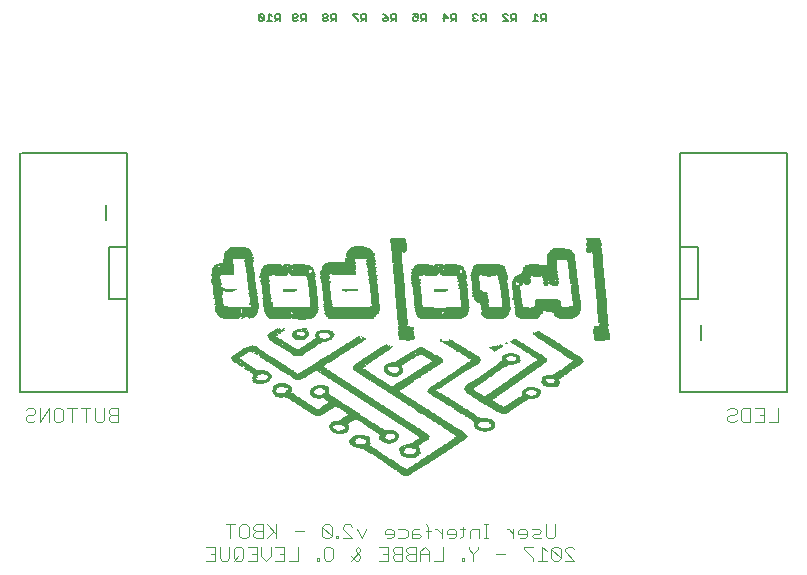
<source format=gbo>
G75*
%MOIN*%
%OFA0B0*%
%FSLAX25Y25*%
%IPPOS*%
%LPD*%
%AMOC8*
5,1,8,0,0,1.08239X$1,22.5*
%
%ADD10C,0.00400*%
%ADD11C,0.00800*%
%ADD12C,0.00600*%
%ADD13R,0.01772X0.00148*%
%ADD14R,0.02215X0.00148*%
%ADD15R,0.02657X0.00148*%
%ADD16R,0.03100X0.00148*%
%ADD17R,0.03544X0.00148*%
%ADD18R,0.03838X0.00148*%
%ADD19R,0.04429X0.00148*%
%ADD20R,0.04724X0.00148*%
%ADD21R,0.05315X0.00148*%
%ADD22R,0.05610X0.00148*%
%ADD23R,0.06201X0.00148*%
%ADD24R,0.06644X0.00148*%
%ADD25R,0.06939X0.00148*%
%ADD26R,0.07529X0.00148*%
%ADD27R,0.03691X0.00148*%
%ADD28R,0.03691X0.00148*%
%ADD29R,0.03691X0.00148*%
%ADD30R,0.03543X0.00148*%
%ADD31R,0.03543X0.00148*%
%ADD32R,0.03839X0.00148*%
%ADD33R,0.03839X0.00148*%
%ADD34R,0.03248X0.00148*%
%ADD35R,0.03986X0.00148*%
%ADD36R,0.04725X0.00148*%
%ADD37R,0.05167X0.00148*%
%ADD38R,0.05757X0.00148*%
%ADD39R,0.06054X0.00148*%
%ADD40R,0.01920X0.00148*%
%ADD41R,0.01772X0.00148*%
%ADD42R,0.01624X0.00148*%
%ADD43R,0.01624X0.00148*%
%ADD44R,0.01476X0.00148*%
%ADD45R,0.01624X0.00148*%
%ADD46R,0.03986X0.00148*%
%ADD47R,0.01771X0.00148*%
%ADD48R,0.02067X0.00148*%
%ADD49R,0.01919X0.00148*%
%ADD50R,0.02510X0.00148*%
%ADD51R,0.02067X0.00148*%
%ADD52R,0.04576X0.00148*%
%ADD53R,0.03396X0.00148*%
%ADD54R,0.02363X0.00148*%
%ADD55R,0.05315X0.00148*%
%ADD56R,0.03987X0.00148*%
%ADD57R,0.06053X0.00148*%
%ADD58R,0.05610X0.00148*%
%ADD59R,0.00886X0.00148*%
%ADD60R,0.05758X0.00148*%
%ADD61R,0.04282X0.00148*%
%ADD62R,0.00591X0.00148*%
%ADD63R,0.05906X0.00148*%
%ADD64R,0.04134X0.00148*%
%ADD65R,0.00443X0.00148*%
%ADD66R,0.04872X0.00148*%
%ADD67R,0.04133X0.00148*%
%ADD68R,0.02067X0.00148*%
%ADD69R,0.01034X0.00148*%
%ADD70R,0.04134X0.00148*%
%ADD71R,0.03396X0.00148*%
%ADD72R,0.03395X0.00148*%
%ADD73R,0.05020X0.00148*%
%ADD74R,0.02657X0.00148*%
%ADD75R,0.02362X0.00148*%
%ADD76R,0.01919X0.00148*%
%ADD77R,0.02953X0.00148*%
%ADD78R,0.02215X0.00148*%
%ADD79R,0.01328X0.00148*%
%ADD80R,0.05463X0.00148*%
%ADD81R,0.05167X0.00148*%
%ADD82R,0.04577X0.00148*%
%ADD83R,0.03100X0.00148*%
%ADD84R,0.01329X0.00148*%
%ADD85R,0.02806X0.00148*%
%ADD86R,0.04281X0.00148*%
%ADD87R,0.00885X0.00148*%
%ADD88R,0.06791X0.00148*%
%ADD89R,0.04281X0.00148*%
%ADD90R,0.06939X0.00148*%
%ADD91R,0.04872X0.00148*%
%ADD92R,0.06939X0.00148*%
%ADD93R,0.05315X0.00148*%
%ADD94R,0.02362X0.00148*%
%ADD95R,0.01181X0.00148*%
%ADD96R,0.05758X0.00148*%
%ADD97R,0.06201X0.00148*%
%ADD98R,0.06053X0.00148*%
%ADD99R,0.05905X0.00148*%
%ADD100R,0.06643X0.00148*%
%ADD101R,0.08563X0.00148*%
%ADD102R,0.08120X0.00148*%
%ADD103R,0.07677X0.00148*%
%ADD104R,0.07235X0.00148*%
%ADD105R,0.05463X0.00148*%
%ADD106R,0.04872X0.00148*%
%ADD107R,0.06348X0.00148*%
%ADD108R,0.04724X0.00148*%
%ADD109R,0.07382X0.00148*%
%ADD110R,0.07677X0.00148*%
%ADD111R,0.08268X0.00148*%
%ADD112R,0.06644X0.00148*%
%ADD113R,0.07530X0.00148*%
%ADD114R,0.07825X0.00148*%
%ADD115R,0.08415X0.00148*%
%ADD116R,0.07972X0.00148*%
%ADD117R,0.06792X0.00148*%
%ADD118R,0.06496X0.00148*%
%ADD119R,0.05019X0.00148*%
%ADD120R,0.04577X0.00148*%
%ADD121R,0.05020X0.00148*%
%ADD122R,0.05462X0.00148*%
%ADD123R,0.06200X0.00148*%
%ADD124R,0.07234X0.00148*%
%ADD125R,0.06348X0.00148*%
%ADD126R,0.01033X0.00148*%
%ADD127R,0.07087X0.00148*%
%ADD128R,0.06496X0.00148*%
%ADD129R,0.01181X0.00148*%
%ADD130R,0.01181X0.00148*%
%ADD131R,0.01329X0.00148*%
%ADD132R,0.03101X0.00148*%
%ADD133R,0.00886X0.00148*%
%ADD134R,0.03248X0.00148*%
%ADD135R,0.02805X0.00148*%
%ADD136R,0.07086X0.00148*%
%ADD137R,0.08563X0.00148*%
%ADD138R,0.01033X0.00148*%
%ADD139R,0.05611X0.00148*%
%ADD140R,0.02509X0.00148*%
%ADD141R,0.02510X0.00148*%
%ADD142R,0.00295X0.00148*%
%ADD143R,0.00738X0.00148*%
%ADD144R,0.06349X0.00148*%
%ADD145R,0.00148X0.00148*%
%ADD146R,0.02805X0.00148*%
%ADD147R,0.00295X0.00148*%
%ADD148R,0.00590X0.00148*%
%ADD149R,0.00591X0.00148*%
%ADD150R,0.00739X0.00148*%
%ADD151R,0.03248X0.00148*%
%ADD152R,0.06496X0.00148*%
%ADD153R,0.02658X0.00148*%
%ADD154R,0.01476X0.00148*%
%ADD155R,0.00443X0.00148*%
%ADD156R,0.04430X0.00148*%
%ADD157R,0.00147X0.00148*%
%ADD158R,0.05906X0.00148*%
%ADD159R,0.00443X0.00148*%
%ADD160R,0.07382X0.00148*%
%ADD161R,0.07972X0.00148*%
%ADD162R,0.00738X0.00148*%
%ADD163R,0.00148X0.00148*%
%ADD164R,0.00296X0.00148*%
%ADD165R,0.13287X0.00148*%
%ADD166R,0.14764X0.00148*%
%ADD167R,0.14173X0.00148*%
%ADD168R,0.15059X0.00148*%
%ADD169R,0.14469X0.00148*%
%ADD170R,0.15354X0.00148*%
%ADD171R,0.15207X0.00148*%
%ADD172R,0.15649X0.00148*%
%ADD173R,0.15502X0.00148*%
%ADD174R,0.15945X0.00148*%
%ADD175R,0.15944X0.00148*%
%ADD176R,0.16240X0.00148*%
%ADD177R,0.15798X0.00148*%
%ADD178R,0.09006X0.00148*%
%ADD179R,0.16093X0.00148*%
%ADD180R,0.16535X0.00148*%
%ADD181R,0.09302X0.00148*%
%ADD182R,0.16388X0.00148*%
%ADD183R,0.16683X0.00148*%
%ADD184R,0.12402X0.00148*%
%ADD185R,0.08268X0.00148*%
%ADD186R,0.16978X0.00148*%
%ADD187R,0.12696X0.00148*%
%ADD188R,0.08416X0.00148*%
%ADD189R,0.08858X0.00148*%
%ADD190R,0.16831X0.00148*%
%ADD191R,0.17274X0.00148*%
%ADD192R,0.16830X0.00148*%
%ADD193R,0.12992X0.00148*%
%ADD194R,0.08711X0.00148*%
%ADD195R,0.17126X0.00148*%
%ADD196R,0.17569X0.00148*%
%ADD197R,0.16978X0.00148*%
%ADD198R,0.13140X0.00148*%
%ADD199R,0.09154X0.00148*%
%ADD200R,0.17717X0.00148*%
%ADD201R,0.08415X0.00148*%
%ADD202R,0.09301X0.00148*%
%ADD203R,0.17864X0.00148*%
%ADD204R,0.08710X0.00148*%
%ADD205R,0.13583X0.00148*%
%ADD206R,0.09153X0.00148*%
%ADD207R,0.08711X0.00148*%
%ADD208R,0.18012X0.00148*%
%ADD209R,0.08120X0.00148*%
%ADD210R,0.09301X0.00148*%
%ADD211R,0.09449X0.00148*%
%ADD212R,0.18159X0.00148*%
%ADD213R,0.09448X0.00148*%
%ADD214R,0.09596X0.00148*%
%ADD215R,0.11368X0.00148*%
%ADD216R,0.09006X0.00148*%
%ADD217R,0.11663X0.00148*%
%ADD218R,0.08563X0.00148*%
%ADD219R,0.18455X0.00148*%
%ADD220R,0.21850X0.00148*%
%ADD221R,0.18159X0.00148*%
%ADD222R,0.09744X0.00148*%
%ADD223R,0.18307X0.00148*%
%ADD224R,0.21998X0.00148*%
%ADD225R,0.09892X0.00148*%
%ADD226R,0.18307X0.00148*%
%ADD227R,0.18750X0.00148*%
%ADD228R,0.14320X0.00148*%
%ADD229R,0.22146X0.00148*%
%ADD230R,0.14616X0.00148*%
%ADD231R,0.15650X0.00148*%
%ADD232R,0.08267X0.00148*%
%ADD233R,0.02952X0.00148*%
%ADD234R,0.12992X0.00148*%
%ADD235R,0.12106X0.00148*%
%ADD236R,0.09006X0.00148*%
%ADD237R,0.12550X0.00148*%
%ADD238R,0.12254X0.00148*%
%ADD239R,0.11958X0.00148*%
%ADD240R,0.11664X0.00148*%
%ADD241R,0.07530X0.00148*%
%ADD242R,0.12106X0.00148*%
%ADD243R,0.11811X0.00148*%
%ADD244R,0.11959X0.00148*%
%ADD245R,0.11663X0.00148*%
%ADD246R,0.11368X0.00148*%
%ADD247R,0.11516X0.00148*%
%ADD248R,0.10482X0.00148*%
%ADD249R,0.11515X0.00148*%
%ADD250R,0.10335X0.00148*%
%ADD251R,0.11073X0.00148*%
%ADD252R,0.10187X0.00148*%
%ADD253R,0.10187X0.00148*%
%ADD254R,0.11220X0.00148*%
%ADD255R,0.10925X0.00148*%
%ADD256R,0.10187X0.00148*%
%ADD257R,0.11073X0.00148*%
%ADD258R,0.10778X0.00148*%
%ADD259R,0.16831X0.00148*%
%ADD260R,0.16683X0.00148*%
%ADD261R,0.10630X0.00148*%
%ADD262R,0.11220X0.00148*%
%ADD263R,0.16388X0.00148*%
%ADD264R,0.10778X0.00148*%
%ADD265R,0.10482X0.00148*%
%ADD266R,0.07824X0.00148*%
%ADD267R,0.10630X0.00148*%
%ADD268R,0.07678X0.00148*%
%ADD269R,0.11072X0.00148*%
%ADD270R,0.09597X0.00148*%
%ADD271R,0.07087X0.00148*%
%ADD272R,0.10039X0.00148*%
%ADD273R,0.09154X0.00148*%
%ADD274R,0.07973X0.00148*%
%ADD275R,0.07825X0.00148*%
%ADD276R,0.07234X0.00148*%
D10*
X0101777Y0047883D02*
X0104846Y0047883D01*
X0104846Y0052487D01*
X0101777Y0052487D01*
X0103312Y0050185D02*
X0104846Y0050185D01*
X0106381Y0048650D02*
X0106381Y0052487D01*
X0109450Y0052487D02*
X0109450Y0048650D01*
X0108683Y0047883D01*
X0107148Y0047883D01*
X0106381Y0048650D01*
X0110985Y0048650D02*
X0110985Y0051720D01*
X0111752Y0052487D01*
X0113287Y0052487D01*
X0114054Y0051720D01*
X0114054Y0048650D01*
X0113287Y0047883D01*
X0111752Y0047883D01*
X0110985Y0048650D01*
X0110985Y0047883D02*
X0112519Y0049418D01*
X0115589Y0047883D02*
X0118658Y0047883D01*
X0118658Y0052487D01*
X0115589Y0052487D01*
X0117123Y0050185D02*
X0118658Y0050185D01*
X0120193Y0049418D02*
X0120193Y0052487D01*
X0120576Y0055383D02*
X0118274Y0055383D01*
X0117507Y0056150D01*
X0117507Y0056918D01*
X0118274Y0057685D01*
X0120576Y0057685D01*
X0118274Y0057685D02*
X0117507Y0058452D01*
X0117507Y0059220D01*
X0118274Y0059987D01*
X0120576Y0059987D01*
X0120576Y0055383D01*
X0122111Y0055383D02*
X0124413Y0057685D01*
X0125180Y0056918D02*
X0122111Y0059987D01*
X0125180Y0059987D02*
X0125180Y0055383D01*
X0124797Y0052487D02*
X0127866Y0052487D01*
X0127866Y0047883D01*
X0124797Y0047883D01*
X0123262Y0049418D02*
X0123262Y0052487D01*
X0123262Y0049418D02*
X0121727Y0047883D01*
X0120193Y0049418D01*
X0126331Y0050185D02*
X0127866Y0050185D01*
X0129400Y0047883D02*
X0132470Y0047883D01*
X0132470Y0052487D01*
X0131319Y0057685D02*
X0134388Y0057685D01*
X0140527Y0056150D02*
X0141294Y0055383D01*
X0142829Y0055383D01*
X0143596Y0056150D01*
X0140527Y0059220D01*
X0140527Y0056150D01*
X0143596Y0056150D02*
X0143596Y0059220D01*
X0142829Y0059987D01*
X0141294Y0059987D01*
X0140527Y0059220D01*
X0145131Y0056150D02*
X0145131Y0055383D01*
X0145898Y0055383D01*
X0145898Y0056150D01*
X0145131Y0056150D01*
X0147433Y0055383D02*
X0150502Y0055383D01*
X0147433Y0058452D01*
X0147433Y0059220D01*
X0148200Y0059987D01*
X0149734Y0059987D01*
X0150502Y0059220D01*
X0152036Y0058452D02*
X0153571Y0055383D01*
X0155106Y0058452D01*
X0161244Y0057685D02*
X0161244Y0056918D01*
X0164314Y0056918D01*
X0164314Y0057685D02*
X0163546Y0058452D01*
X0162012Y0058452D01*
X0161244Y0057685D01*
X0162012Y0055383D02*
X0163546Y0055383D01*
X0164314Y0056150D01*
X0164314Y0057685D01*
X0165848Y0058452D02*
X0168150Y0058452D01*
X0168918Y0057685D01*
X0168918Y0056150D01*
X0168150Y0055383D01*
X0165848Y0055383D01*
X0164697Y0052487D02*
X0163930Y0051720D01*
X0163930Y0050952D01*
X0164697Y0050185D01*
X0166999Y0050185D01*
X0168534Y0049418D02*
X0168534Y0048650D01*
X0169301Y0047883D01*
X0171603Y0047883D01*
X0171603Y0052487D01*
X0169301Y0052487D01*
X0168534Y0051720D01*
X0168534Y0050952D01*
X0169301Y0050185D01*
X0171603Y0050185D01*
X0173138Y0050185D02*
X0176207Y0050185D01*
X0176207Y0050952D02*
X0176207Y0047883D01*
X0177742Y0047883D02*
X0180811Y0047883D01*
X0180811Y0052487D01*
X0180427Y0055383D02*
X0180427Y0058452D01*
X0180427Y0056918D02*
X0178893Y0058452D01*
X0178125Y0058452D01*
X0176591Y0057685D02*
X0175056Y0057685D01*
X0175823Y0059220D02*
X0175823Y0055383D01*
X0173521Y0056150D02*
X0172754Y0056918D01*
X0170452Y0056918D01*
X0170452Y0057685D02*
X0170452Y0055383D01*
X0172754Y0055383D01*
X0173521Y0056150D01*
X0172754Y0058452D02*
X0171219Y0058452D01*
X0170452Y0057685D01*
X0175056Y0059987D02*
X0175823Y0059220D01*
X0181962Y0057685D02*
X0181962Y0056918D01*
X0185031Y0056918D01*
X0185031Y0057685D02*
X0184264Y0058452D01*
X0182729Y0058452D01*
X0181962Y0057685D01*
X0182729Y0055383D02*
X0184264Y0055383D01*
X0185031Y0056150D01*
X0185031Y0057685D01*
X0186566Y0058452D02*
X0188101Y0058452D01*
X0187333Y0059220D02*
X0187333Y0056150D01*
X0186566Y0055383D01*
X0189635Y0055383D02*
X0189635Y0057685D01*
X0190402Y0058452D01*
X0192704Y0058452D01*
X0192704Y0055383D01*
X0194239Y0055383D02*
X0195774Y0055383D01*
X0195006Y0055383D02*
X0195006Y0059987D01*
X0194239Y0059987D02*
X0195774Y0059987D01*
X0201912Y0058452D02*
X0202680Y0058452D01*
X0204214Y0056918D01*
X0204214Y0058452D02*
X0204214Y0055383D01*
X0205749Y0056918D02*
X0208818Y0056918D01*
X0208818Y0057685D02*
X0208051Y0058452D01*
X0206516Y0058452D01*
X0205749Y0057685D01*
X0205749Y0056918D01*
X0206516Y0055383D02*
X0208051Y0055383D01*
X0208818Y0056150D01*
X0208818Y0057685D01*
X0210353Y0058452D02*
X0212655Y0058452D01*
X0213422Y0057685D01*
X0212655Y0056918D01*
X0211120Y0056918D01*
X0210353Y0056150D01*
X0211120Y0055383D01*
X0213422Y0055383D01*
X0214957Y0056150D02*
X0214957Y0059987D01*
X0218026Y0059987D02*
X0218026Y0056150D01*
X0217259Y0055383D01*
X0215724Y0055383D01*
X0214957Y0056150D01*
X0213806Y0052487D02*
X0213806Y0047883D01*
X0215340Y0047883D02*
X0212271Y0047883D01*
X0210736Y0047883D02*
X0210736Y0048650D01*
X0207667Y0051720D01*
X0207667Y0052487D01*
X0210736Y0052487D01*
X0213806Y0052487D02*
X0215340Y0050952D01*
X0216875Y0051720D02*
X0216875Y0048650D01*
X0217642Y0047883D01*
X0219177Y0047883D01*
X0219944Y0048650D01*
X0216875Y0051720D01*
X0217642Y0052487D01*
X0219177Y0052487D01*
X0219944Y0051720D01*
X0219944Y0048650D01*
X0221479Y0047883D02*
X0224548Y0047883D01*
X0221479Y0050952D01*
X0221479Y0051720D01*
X0222246Y0052487D01*
X0223781Y0052487D01*
X0224548Y0051720D01*
X0201529Y0050185D02*
X0198459Y0050185D01*
X0192321Y0051720D02*
X0190786Y0050185D01*
X0190786Y0047883D01*
X0190786Y0050185D02*
X0189252Y0051720D01*
X0189252Y0052487D01*
X0192321Y0052487D02*
X0192321Y0051720D01*
X0187717Y0048650D02*
X0186950Y0048650D01*
X0186950Y0047883D01*
X0187717Y0047883D01*
X0187717Y0048650D01*
X0176207Y0050952D02*
X0174672Y0052487D01*
X0173138Y0050952D01*
X0173138Y0047883D01*
X0169301Y0050185D02*
X0168534Y0049418D01*
X0166999Y0047883D02*
X0166999Y0052487D01*
X0164697Y0052487D01*
X0162395Y0052487D02*
X0162395Y0047883D01*
X0159326Y0047883D01*
X0160861Y0050185D02*
X0162395Y0050185D01*
X0163930Y0049418D02*
X0163930Y0048650D01*
X0164697Y0047883D01*
X0166999Y0047883D01*
X0164697Y0050185D02*
X0163930Y0049418D01*
X0162395Y0052487D02*
X0159326Y0052487D01*
X0153187Y0051720D02*
X0153187Y0050952D01*
X0150118Y0047883D01*
X0150118Y0049418D02*
X0151653Y0047883D01*
X0152420Y0047883D01*
X0153187Y0048650D01*
X0153187Y0049418D01*
X0151653Y0050952D01*
X0151653Y0051720D01*
X0152420Y0052487D01*
X0153187Y0051720D01*
X0143980Y0051720D02*
X0143980Y0048650D01*
X0143212Y0047883D01*
X0141678Y0047883D01*
X0140910Y0048650D01*
X0140910Y0051720D01*
X0141678Y0052487D01*
X0143212Y0052487D01*
X0143980Y0051720D01*
X0139376Y0048650D02*
X0138608Y0048650D01*
X0138608Y0047883D01*
X0139376Y0047883D01*
X0139376Y0048650D01*
X0115972Y0056150D02*
X0115205Y0055383D01*
X0113670Y0055383D01*
X0112903Y0056150D01*
X0112903Y0059220D01*
X0113670Y0059987D01*
X0115205Y0059987D01*
X0115972Y0059220D01*
X0115972Y0056150D01*
X0111368Y0059987D02*
X0108299Y0059987D01*
X0109834Y0059987D02*
X0109834Y0055383D01*
X0072395Y0094133D02*
X0070093Y0094133D01*
X0069326Y0094900D01*
X0069326Y0095668D01*
X0070093Y0096435D01*
X0072395Y0096435D01*
X0070093Y0096435D02*
X0069326Y0097202D01*
X0069326Y0097970D01*
X0070093Y0098737D01*
X0072395Y0098737D01*
X0072395Y0094133D01*
X0067791Y0094900D02*
X0067024Y0094133D01*
X0065489Y0094133D01*
X0064722Y0094900D01*
X0064722Y0098737D01*
X0063187Y0098737D02*
X0060118Y0098737D01*
X0058583Y0098737D02*
X0055514Y0098737D01*
X0057049Y0098737D02*
X0057049Y0094133D01*
X0053979Y0094900D02*
X0053212Y0094133D01*
X0051677Y0094133D01*
X0050910Y0094900D01*
X0050910Y0097970D01*
X0051677Y0098737D01*
X0053212Y0098737D01*
X0053979Y0097970D01*
X0053979Y0094900D01*
X0049376Y0094133D02*
X0049376Y0098737D01*
X0046306Y0094133D01*
X0046306Y0098737D01*
X0044772Y0097970D02*
X0044004Y0098737D01*
X0042470Y0098737D01*
X0041702Y0097970D01*
X0042470Y0096435D02*
X0041702Y0095668D01*
X0041702Y0094900D01*
X0042470Y0094133D01*
X0044004Y0094133D01*
X0044772Y0094900D01*
X0044004Y0096435D02*
X0042470Y0096435D01*
X0044004Y0096435D02*
X0044772Y0097202D01*
X0044772Y0097970D01*
X0061653Y0098737D02*
X0061653Y0094133D01*
X0067791Y0094900D02*
X0067791Y0098737D01*
X0275514Y0097970D02*
X0276281Y0098737D01*
X0277816Y0098737D01*
X0278583Y0097970D01*
X0278583Y0097202D01*
X0277816Y0096435D01*
X0276281Y0096435D01*
X0275514Y0095668D01*
X0275514Y0094900D01*
X0276281Y0094133D01*
X0277816Y0094133D01*
X0278583Y0094900D01*
X0280118Y0094900D02*
X0280118Y0097970D01*
X0280885Y0098737D01*
X0283187Y0098737D01*
X0283187Y0094133D01*
X0280885Y0094133D01*
X0280118Y0094900D01*
X0284722Y0094133D02*
X0287791Y0094133D01*
X0287791Y0098737D01*
X0284722Y0098737D01*
X0286257Y0096435D02*
X0287791Y0096435D01*
X0289326Y0094133D02*
X0292395Y0094133D01*
X0292395Y0098737D01*
D11*
X0294918Y0104169D02*
X0259879Y0104169D01*
X0259879Y0135272D01*
X0265784Y0135272D01*
X0265784Y0152594D01*
X0259879Y0152594D01*
X0259879Y0135272D01*
X0266670Y0126433D02*
X0266670Y0121433D01*
X0295312Y0104169D02*
X0295312Y0183697D01*
X0259879Y0183697D01*
X0259879Y0152594D01*
X0075312Y0152594D02*
X0075312Y0135272D01*
X0069406Y0135272D01*
X0069406Y0152594D01*
X0075312Y0152594D01*
X0075312Y0183697D01*
X0040272Y0183697D01*
X0039879Y0183697D02*
X0039879Y0104169D01*
X0075312Y0104169D01*
X0075312Y0135272D01*
X0068520Y0161433D02*
X0068520Y0166433D01*
D12*
X0119713Y0227733D02*
X0120514Y0227733D01*
X0120914Y0228133D01*
X0119313Y0229735D01*
X0119313Y0228133D01*
X0119713Y0227733D01*
X0120914Y0228133D02*
X0120914Y0229735D01*
X0120514Y0230135D01*
X0119713Y0230135D01*
X0119313Y0229735D01*
X0122075Y0227733D02*
X0123676Y0227733D01*
X0122876Y0227733D02*
X0122876Y0230135D01*
X0123676Y0229334D01*
X0124837Y0228934D02*
X0125238Y0228534D01*
X0126439Y0228534D01*
X0126439Y0227733D02*
X0126439Y0230135D01*
X0125238Y0230135D01*
X0124837Y0229735D01*
X0124837Y0228934D01*
X0125638Y0228534D02*
X0124837Y0227733D01*
X0130694Y0228133D02*
X0130694Y0229735D01*
X0131094Y0230135D01*
X0131895Y0230135D01*
X0132295Y0229735D01*
X0132295Y0229334D01*
X0131895Y0228934D01*
X0130694Y0228934D01*
X0130694Y0228133D02*
X0131094Y0227733D01*
X0131895Y0227733D01*
X0132295Y0228133D01*
X0133456Y0227733D02*
X0134257Y0228534D01*
X0133856Y0228534D02*
X0135057Y0228534D01*
X0135057Y0227733D02*
X0135057Y0230135D01*
X0133856Y0230135D01*
X0133456Y0229735D01*
X0133456Y0228934D01*
X0133856Y0228534D01*
X0140694Y0228534D02*
X0140694Y0228133D01*
X0141094Y0227733D01*
X0141895Y0227733D01*
X0142295Y0228133D01*
X0142295Y0228534D01*
X0141895Y0228934D01*
X0141094Y0228934D01*
X0140694Y0228534D01*
X0141094Y0228934D02*
X0140694Y0229334D01*
X0140694Y0229735D01*
X0141094Y0230135D01*
X0141895Y0230135D01*
X0142295Y0229735D01*
X0142295Y0229334D01*
X0141895Y0228934D01*
X0143456Y0228934D02*
X0143856Y0228534D01*
X0145058Y0228534D01*
X0145058Y0227733D02*
X0145058Y0230135D01*
X0143856Y0230135D01*
X0143456Y0229735D01*
X0143456Y0228934D01*
X0144257Y0228534D02*
X0143456Y0227733D01*
X0150694Y0229735D02*
X0152295Y0228133D01*
X0152295Y0227733D01*
X0153456Y0227733D02*
X0154257Y0228534D01*
X0153856Y0228534D02*
X0155057Y0228534D01*
X0155057Y0227733D02*
X0155057Y0230135D01*
X0153856Y0230135D01*
X0153456Y0229735D01*
X0153456Y0228934D01*
X0153856Y0228534D01*
X0152295Y0230135D02*
X0150694Y0230135D01*
X0150694Y0229735D01*
X0160694Y0230135D02*
X0161494Y0229735D01*
X0162295Y0228934D01*
X0161094Y0228934D01*
X0160694Y0228534D01*
X0160694Y0228133D01*
X0161094Y0227733D01*
X0161895Y0227733D01*
X0162295Y0228133D01*
X0162295Y0228934D01*
X0163456Y0228934D02*
X0163856Y0228534D01*
X0165057Y0228534D01*
X0164257Y0228534D02*
X0163456Y0227733D01*
X0163456Y0228934D02*
X0163456Y0229735D01*
X0163856Y0230135D01*
X0165057Y0230135D01*
X0165057Y0227733D01*
X0170694Y0228133D02*
X0171094Y0227733D01*
X0171895Y0227733D01*
X0172295Y0228133D01*
X0172295Y0228934D02*
X0171494Y0229334D01*
X0171094Y0229334D01*
X0170694Y0228934D01*
X0170694Y0228133D01*
X0172295Y0228934D02*
X0172295Y0230135D01*
X0170694Y0230135D01*
X0173456Y0229735D02*
X0173456Y0228934D01*
X0173856Y0228534D01*
X0175057Y0228534D01*
X0174257Y0228534D02*
X0173456Y0227733D01*
X0175057Y0227733D02*
X0175057Y0230135D01*
X0173856Y0230135D01*
X0173456Y0229735D01*
X0180694Y0228934D02*
X0182295Y0228934D01*
X0181094Y0230135D01*
X0181094Y0227733D01*
X0183456Y0227733D02*
X0184257Y0228534D01*
X0183856Y0228534D02*
X0185057Y0228534D01*
X0185057Y0227733D02*
X0185057Y0230135D01*
X0183856Y0230135D01*
X0183456Y0229735D01*
X0183456Y0228934D01*
X0183856Y0228534D01*
X0190694Y0228534D02*
X0190694Y0228133D01*
X0191094Y0227733D01*
X0191895Y0227733D01*
X0192295Y0228133D01*
X0191494Y0228934D02*
X0191094Y0228934D01*
X0190694Y0228534D01*
X0191094Y0228934D02*
X0190694Y0229334D01*
X0190694Y0229735D01*
X0191094Y0230135D01*
X0191895Y0230135D01*
X0192295Y0229735D01*
X0193456Y0229735D02*
X0193456Y0228934D01*
X0193856Y0228534D01*
X0195057Y0228534D01*
X0194257Y0228534D02*
X0193456Y0227733D01*
X0195057Y0227733D02*
X0195057Y0230135D01*
X0193856Y0230135D01*
X0193456Y0229735D01*
X0200694Y0229735D02*
X0201094Y0230135D01*
X0201895Y0230135D01*
X0202295Y0229735D01*
X0203456Y0229735D02*
X0203456Y0228934D01*
X0203856Y0228534D01*
X0205057Y0228534D01*
X0204257Y0228534D02*
X0203456Y0227733D01*
X0202295Y0227733D02*
X0200694Y0229334D01*
X0200694Y0229735D01*
X0200694Y0227733D02*
X0202295Y0227733D01*
X0203456Y0229735D02*
X0203856Y0230135D01*
X0205057Y0230135D01*
X0205057Y0227733D01*
X0210694Y0227733D02*
X0212295Y0227733D01*
X0211494Y0227733D02*
X0211494Y0230135D01*
X0212295Y0229334D01*
X0213456Y0228934D02*
X0213856Y0228534D01*
X0215057Y0228534D01*
X0214257Y0228534D02*
X0213456Y0227733D01*
X0213456Y0228934D02*
X0213456Y0229735D01*
X0213856Y0230135D01*
X0215057Y0230135D01*
X0215057Y0227733D01*
D13*
X0206645Y0140341D03*
X0208860Y0140045D03*
X0211813Y0123215D03*
X0205760Y0114504D03*
X0201330Y0114504D03*
X0214618Y0108303D03*
X0168407Y0076118D03*
X0166931Y0084533D03*
X0166931Y0084681D03*
X0150691Y0088077D03*
X0148476Y0091472D03*
X0143752Y0092801D03*
X0125149Y0103431D03*
X0143752Y0123067D03*
X0143752Y0123215D03*
X0131793Y0124100D03*
D14*
X0128619Y0119524D03*
X0124190Y0123657D03*
X0116808Y0129120D03*
X0112083Y0114061D03*
X0115627Y0112437D03*
X0122123Y0109927D03*
X0137773Y0102988D03*
X0144564Y0091030D03*
X0148107Y0092801D03*
X0151060Y0086453D03*
X0164495Y0088077D03*
X0167743Y0083205D03*
X0170105Y0082024D03*
X0171877Y0083205D03*
X0168481Y0076266D03*
X0192250Y0093982D03*
X0196680Y0093982D03*
X0196828Y0091915D03*
X0201109Y0096935D03*
X0188560Y0111699D03*
X0198156Y0118195D03*
X0201404Y0114356D03*
X0203324Y0116719D03*
X0204800Y0121000D03*
X0218678Y0106974D03*
X0217939Y0139602D03*
X0224731Y0139750D03*
X0224731Y0139898D03*
X0208786Y0140341D03*
X0152388Y0121591D03*
X0128767Y0146394D03*
D15*
X0152315Y0121443D03*
X0140209Y0106089D03*
X0141685Y0102988D03*
X0129136Y0103579D03*
X0111419Y0115094D03*
X0168555Y0076413D03*
X0177118Y0104612D03*
X0173427Y0118343D03*
X0198083Y0118343D03*
X0205760Y0133992D03*
X0200888Y0140193D03*
X0200888Y0140341D03*
X0224657Y0139307D03*
X0224657Y0139159D03*
X0224657Y0139012D03*
X0224657Y0138864D03*
X0224657Y0138717D03*
X0224657Y0138569D03*
X0224657Y0138421D03*
X0224657Y0138274D03*
X0217128Y0105646D03*
X0208270Y0102693D03*
D16*
X0201700Y0114209D03*
X0189446Y0105055D03*
X0189446Y0104907D03*
X0189446Y0104760D03*
X0177635Y0105055D03*
X0167300Y0126463D03*
X0167300Y0126610D03*
X0167300Y0126758D03*
X0167300Y0126906D03*
X0167300Y0127053D03*
X0167300Y0127201D03*
X0167300Y0127348D03*
X0167300Y0127496D03*
X0167300Y0127644D03*
X0167300Y0127791D03*
X0167300Y0127939D03*
X0167300Y0128087D03*
X0167152Y0128677D03*
X0167152Y0128825D03*
X0167152Y0128972D03*
X0167152Y0129120D03*
X0167152Y0129268D03*
X0167152Y0129415D03*
X0167152Y0129563D03*
X0167152Y0129711D03*
X0167152Y0129858D03*
X0167005Y0130154D03*
X0167005Y0130301D03*
X0167005Y0130449D03*
X0167005Y0130596D03*
X0167005Y0130744D03*
X0167005Y0130892D03*
X0167005Y0131039D03*
X0167005Y0131187D03*
X0167005Y0131335D03*
X0167005Y0131482D03*
X0167005Y0131630D03*
X0166267Y0138569D03*
X0166267Y0138717D03*
X0166267Y0138864D03*
X0166267Y0139012D03*
X0166267Y0139159D03*
X0166267Y0139307D03*
X0166267Y0139455D03*
X0166267Y0139602D03*
X0166267Y0139750D03*
X0166267Y0139898D03*
X0166267Y0140045D03*
X0171582Y0141079D03*
X0171582Y0141226D03*
X0171582Y0141374D03*
X0171582Y0141522D03*
X0171582Y0142703D03*
X0171582Y0142850D03*
X0171729Y0140341D03*
X0171729Y0140193D03*
X0165824Y0143589D03*
X0165824Y0143736D03*
X0165824Y0143884D03*
X0165824Y0144031D03*
X0165824Y0144179D03*
X0165824Y0144327D03*
X0165824Y0144474D03*
X0165824Y0144622D03*
X0165824Y0144770D03*
X0165824Y0144917D03*
X0165676Y0145213D03*
X0165676Y0145360D03*
X0165676Y0145508D03*
X0165676Y0145656D03*
X0165676Y0145803D03*
X0165676Y0145951D03*
X0165676Y0146098D03*
X0165676Y0146246D03*
X0165676Y0146394D03*
X0165676Y0146541D03*
X0165528Y0146984D03*
X0165528Y0147132D03*
X0165528Y0147280D03*
X0165528Y0147427D03*
X0165528Y0147575D03*
X0165528Y0147722D03*
X0165528Y0147870D03*
X0165528Y0148018D03*
X0165528Y0148165D03*
X0156818Y0146689D03*
X0156818Y0146541D03*
X0156670Y0147575D03*
X0156670Y0147722D03*
X0156670Y0147870D03*
X0156965Y0145360D03*
X0157408Y0141374D03*
X0158147Y0132368D03*
X0142497Y0132368D03*
X0142497Y0132516D03*
X0142349Y0133106D03*
X0141611Y0140341D03*
X0141611Y0140488D03*
X0141611Y0140636D03*
X0136739Y0142407D03*
X0122123Y0135026D03*
X0122418Y0132959D03*
X0122418Y0132811D03*
X0122418Y0132663D03*
X0122418Y0132516D03*
X0117398Y0136797D03*
X0105882Y0135026D03*
X0106178Y0132959D03*
X0106326Y0132516D03*
X0105587Y0138569D03*
X0105587Y0138717D03*
X0105292Y0139898D03*
X0105292Y0140045D03*
X0109278Y0148313D03*
X0109278Y0148461D03*
X0115922Y0148313D03*
X0126257Y0124543D03*
X0125961Y0124396D03*
X0125519Y0124100D03*
X0124042Y0122919D03*
X0123895Y0122772D03*
X0117103Y0118933D03*
X0112084Y0115833D03*
X0112084Y0114504D03*
X0114298Y0113028D03*
X0114741Y0112732D03*
X0116217Y0111846D03*
X0126109Y0113028D03*
X0132457Y0108451D03*
X0141759Y0110665D03*
X0133048Y0121591D03*
X0139101Y0096492D03*
X0168481Y0076561D03*
X0233147Y0121148D03*
X0233885Y0130154D03*
X0233885Y0130301D03*
X0233885Y0130449D03*
X0233885Y0130596D03*
X0233885Y0130744D03*
X0233885Y0130892D03*
X0233885Y0131039D03*
X0233885Y0131187D03*
X0233885Y0131335D03*
X0233885Y0131482D03*
X0233885Y0131630D03*
X0233737Y0131778D03*
X0233737Y0131925D03*
X0233737Y0132073D03*
X0233737Y0132220D03*
X0233737Y0132368D03*
X0233737Y0132516D03*
X0233737Y0132663D03*
X0233737Y0132811D03*
X0233737Y0132959D03*
X0233737Y0133106D03*
X0233737Y0133254D03*
X0233589Y0133549D03*
X0233589Y0133697D03*
X0233589Y0133844D03*
X0233589Y0133992D03*
X0233589Y0134140D03*
X0233589Y0134287D03*
X0233589Y0134435D03*
X0233589Y0134583D03*
X0233589Y0134730D03*
X0233589Y0134878D03*
X0233589Y0135026D03*
X0233147Y0138569D03*
X0233147Y0138717D03*
X0233147Y0138864D03*
X0233147Y0139012D03*
X0233147Y0139159D03*
X0233147Y0139307D03*
X0233147Y0139455D03*
X0233147Y0139602D03*
X0233147Y0139750D03*
X0233147Y0139898D03*
X0233147Y0140045D03*
X0232408Y0146984D03*
X0232408Y0147132D03*
X0232408Y0147280D03*
X0232408Y0147427D03*
X0232408Y0147575D03*
X0232408Y0147722D03*
X0232408Y0147870D03*
X0232408Y0148018D03*
X0232408Y0148165D03*
X0232408Y0148313D03*
X0232261Y0148608D03*
X0232261Y0148756D03*
X0232261Y0148904D03*
X0232261Y0149051D03*
X0232261Y0149199D03*
X0232261Y0149346D03*
X0232261Y0149494D03*
X0232261Y0149642D03*
X0232261Y0149789D03*
X0232261Y0149937D03*
X0232113Y0150232D03*
X0232113Y0150380D03*
X0232113Y0150528D03*
X0217054Y0147870D03*
X0217054Y0147722D03*
X0217054Y0147575D03*
X0217054Y0147427D03*
X0217054Y0147280D03*
X0217054Y0147132D03*
X0217054Y0146984D03*
X0217054Y0146837D03*
X0217054Y0146689D03*
X0217054Y0146541D03*
X0217054Y0146394D03*
X0205243Y0139307D03*
X0200814Y0141522D03*
X0200814Y0141669D03*
X0200814Y0141817D03*
X0200814Y0141965D03*
X0200666Y0142407D03*
X0200666Y0142555D03*
X0200666Y0142703D03*
X0200518Y0142850D03*
X0205538Y0135026D03*
X0205538Y0134878D03*
X0186936Y0142555D03*
X0186936Y0142703D03*
D17*
X0211074Y0146394D03*
X0209746Y0117604D03*
X0211074Y0116719D03*
X0212698Y0115685D03*
X0199263Y0112142D03*
X0196606Y0110370D03*
X0195130Y0109337D03*
X0193653Y0108303D03*
X0189962Y0105646D03*
X0189962Y0104169D03*
X0185976Y0098559D03*
X0186271Y0098411D03*
X0185533Y0098854D03*
X0184795Y0099297D03*
X0189224Y0096492D03*
X0189962Y0096049D03*
X0190405Y0095754D03*
X0190700Y0095606D03*
X0180366Y0106827D03*
X0180071Y0106679D03*
X0179628Y0106384D03*
X0182580Y0108303D03*
X0183023Y0108598D03*
X0183319Y0108746D03*
X0184795Y0109780D03*
X0185533Y0110222D03*
X0185976Y0110518D03*
X0186271Y0110665D03*
X0191439Y0115094D03*
X0178889Y0114061D03*
X0157925Y0132220D03*
X0153053Y0112880D03*
X0150100Y0097230D03*
X0156744Y0092949D03*
X0158220Y0083648D03*
X0158958Y0083205D03*
X0159401Y0082909D03*
X0160435Y0082171D03*
X0160878Y0081876D03*
X0161173Y0081728D03*
X0163387Y0080252D03*
X0163830Y0079957D03*
X0168555Y0076709D03*
X0170769Y0078185D03*
X0171212Y0078480D03*
X0172246Y0087043D03*
X0172984Y0087486D03*
X0173722Y0087929D03*
X0128250Y0111404D03*
X0126773Y0112437D03*
X0121606Y0115685D03*
X0124559Y0121591D03*
X0114224Y0117161D03*
X0113486Y0116719D03*
D18*
X0128988Y0118785D03*
X0135041Y0118343D03*
X0143456Y0109337D03*
X0143899Y0109041D03*
X0135041Y0099297D03*
X0164569Y0109632D03*
X0167078Y0114209D03*
X0177413Y0113028D03*
X0178889Y0114504D03*
X0182580Y0120557D03*
X0183319Y0120114D03*
X0194096Y0133992D03*
X0216242Y0120852D03*
X0216389Y0120705D03*
X0225100Y0113470D03*
X0223624Y0112437D03*
X0203102Y0106827D03*
X0201626Y0105793D03*
X0200149Y0104760D03*
X0182285Y0100921D03*
X0178151Y0103431D03*
X0186714Y0088815D03*
X0182285Y0085715D03*
X0181842Y0085419D03*
X0179628Y0083943D03*
X0179332Y0083795D03*
X0177856Y0082762D03*
X0177413Y0082467D03*
X0176675Y0082024D03*
X0174903Y0080843D03*
X0168555Y0076856D03*
X0129726Y0138126D03*
D19*
X0129726Y0137978D03*
X0129726Y0137831D03*
X0124263Y0146394D03*
X0108614Y0146098D03*
X0141242Y0114061D03*
X0141685Y0114356D03*
X0142127Y0114652D03*
X0142423Y0114799D03*
X0142866Y0115094D03*
X0143309Y0115390D03*
X0138732Y0112437D03*
X0142571Y0099002D03*
X0139027Y0096935D03*
X0146262Y0090587D03*
X0148624Y0094573D03*
X0148919Y0094720D03*
X0167521Y0106679D03*
X0167964Y0106974D03*
X0168407Y0107270D03*
X0168702Y0107417D03*
X0168850Y0107565D03*
X0170917Y0108894D03*
X0173279Y0110370D03*
X0178151Y0115094D03*
X0177413Y0115537D03*
X0176970Y0115833D03*
X0176675Y0115980D03*
X0171065Y0116423D03*
X0187452Y0117604D03*
X0193653Y0134583D03*
X0192768Y0137240D03*
X0182728Y0142850D03*
X0180070Y0137978D03*
X0179923Y0137831D03*
X0176823Y0142998D03*
X0149509Y0137683D03*
X0195130Y0100921D03*
X0195425Y0100774D03*
X0195720Y0100626D03*
X0195868Y0100478D03*
X0196163Y0100331D03*
X0196459Y0100183D03*
X0196606Y0100035D03*
X0196901Y0099888D03*
X0197197Y0099740D03*
X0197935Y0099297D03*
X0198230Y0099150D03*
X0198525Y0099002D03*
X0200888Y0097526D03*
X0185533Y0090439D03*
X0185090Y0090734D03*
X0184648Y0091030D03*
X0183909Y0091472D03*
X0183466Y0091768D03*
X0175641Y0096787D03*
X0175346Y0096935D03*
X0174903Y0097230D03*
X0174460Y0097526D03*
X0174018Y0097821D03*
X0173575Y0098116D03*
X0170917Y0086453D03*
X0170327Y0085715D03*
X0168555Y0077004D03*
X0223919Y0115833D03*
X0224067Y0115685D03*
X0224362Y0115537D03*
X0224510Y0115390D03*
X0207679Y0140488D03*
D20*
X0207826Y0142703D03*
X0206941Y0132073D03*
X0221704Y0128530D03*
X0203397Y0116128D03*
X0168555Y0121295D03*
X0119834Y0107270D03*
X0108614Y0145508D03*
X0168555Y0077152D03*
D21*
X0168555Y0077299D03*
X0162649Y0087781D03*
X0147590Y0094278D03*
X0165307Y0113470D03*
X0174460Y0116866D03*
X0192177Y0095163D03*
X0200887Y0097821D03*
X0174460Y0146098D03*
X0196311Y0146541D03*
X0116439Y0130892D03*
X0108319Y0145213D03*
X0108319Y0145360D03*
D22*
X0116586Y0132220D03*
X0140209Y0121148D03*
X0127216Y0105793D03*
X0147295Y0094130D03*
X0162649Y0087929D03*
X0168555Y0077447D03*
X0174608Y0116719D03*
D23*
X0198083Y0128530D03*
X0202512Y0113470D03*
X0209746Y0102545D03*
X0169736Y0083057D03*
X0168555Y0077594D03*
X0153348Y0086157D03*
X0153201Y0086305D03*
X0151281Y0095606D03*
X0146114Y0093096D03*
X0146114Y0092949D03*
X0109943Y0128677D03*
D24*
X0109869Y0128825D03*
X0133934Y0128677D03*
X0132605Y0109632D03*
X0127585Y0103283D03*
X0140430Y0102545D03*
X0140873Y0102250D03*
X0151208Y0095459D03*
X0161099Y0091030D03*
X0168628Y0077742D03*
X0193580Y0094720D03*
X0193875Y0094573D03*
X0194023Y0094425D03*
X0173353Y0117161D03*
X0174534Y0132073D03*
X0152979Y0151709D03*
X0148107Y0147132D03*
X0112674Y0151709D03*
D25*
X0132458Y0117604D03*
X0138511Y0111551D03*
X0128324Y0102693D03*
X0161690Y0090734D03*
X0161985Y0090439D03*
X0168629Y0077890D03*
D26*
X0168629Y0078037D03*
X0126404Y0128530D03*
X0107949Y0137978D03*
X0124928Y0145803D03*
X0215282Y0134730D03*
D27*
X0216021Y0141079D03*
X0216021Y0141226D03*
X0224879Y0132368D03*
X0215725Y0121148D03*
X0215282Y0121443D03*
X0214544Y0121886D03*
X0214397Y0122033D03*
X0213658Y0122476D03*
X0211591Y0116423D03*
X0212034Y0116128D03*
X0212477Y0115833D03*
X0213068Y0113913D03*
X0212920Y0113766D03*
X0212772Y0113618D03*
X0212330Y0113323D03*
X0211444Y0112732D03*
X0211296Y0112585D03*
X0210853Y0112289D03*
X0209967Y0111699D03*
X0209819Y0111551D03*
X0209524Y0111404D03*
X0209377Y0111256D03*
X0209229Y0111108D03*
X0208786Y0110813D03*
X0208491Y0110665D03*
X0208343Y0110518D03*
X0207900Y0110222D03*
X0207310Y0109780D03*
X0207015Y0109632D03*
X0206867Y0109484D03*
X0206572Y0109337D03*
X0206424Y0109189D03*
X0205538Y0108598D03*
X0205390Y0108451D03*
X0204948Y0108156D03*
X0203914Y0107417D03*
X0202585Y0106531D03*
X0202143Y0106236D03*
X0201995Y0106089D03*
X0197713Y0111108D03*
X0199928Y0112585D03*
X0200371Y0112880D03*
X0200666Y0113028D03*
X0195351Y0109484D03*
X0192989Y0107860D03*
X0192546Y0107565D03*
X0192103Y0107270D03*
X0191660Y0106974D03*
X0191512Y0106827D03*
X0190184Y0105941D03*
X0190036Y0105793D03*
X0190332Y0103874D03*
X0186493Y0098264D03*
X0186641Y0098116D03*
X0186936Y0097969D03*
X0187083Y0097821D03*
X0187379Y0097673D03*
X0187821Y0097378D03*
X0188117Y0097230D03*
X0188560Y0096935D03*
X0189446Y0096344D03*
X0190184Y0095902D03*
X0190922Y0095459D03*
X0186936Y0089258D03*
X0186936Y0089110D03*
X0175568Y0081285D03*
X0175125Y0080990D03*
X0174682Y0080695D03*
X0174387Y0080547D03*
X0173944Y0080252D03*
X0173796Y0080104D03*
X0173353Y0079809D03*
X0173058Y0079661D03*
X0172615Y0079366D03*
X0172172Y0079071D03*
X0171877Y0078923D03*
X0171729Y0078776D03*
X0171434Y0078628D03*
X0170991Y0078333D03*
X0166562Y0078185D03*
X0166267Y0078333D03*
X0165824Y0078628D03*
X0165676Y0078776D03*
X0164937Y0079219D03*
X0164495Y0079514D03*
X0164052Y0079809D03*
X0163609Y0080104D03*
X0162723Y0080695D03*
X0162280Y0080990D03*
X0161837Y0081285D03*
X0158442Y0083500D03*
X0157851Y0083943D03*
X0157556Y0084091D03*
X0157113Y0084386D03*
X0159180Y0091325D03*
X0159032Y0091472D03*
X0158589Y0091768D03*
X0158294Y0091915D03*
X0157851Y0092211D03*
X0157408Y0092506D03*
X0156965Y0092801D03*
X0156079Y0093392D03*
X0150912Y0096640D03*
X0150765Y0096787D03*
X0150469Y0096935D03*
X0150322Y0097083D03*
X0149435Y0097673D03*
X0148697Y0098116D03*
X0148255Y0098411D03*
X0147812Y0098707D03*
X0147517Y0098854D03*
X0144564Y0100774D03*
X0144121Y0101069D03*
X0143826Y0101217D03*
X0143678Y0101364D03*
X0143383Y0101512D03*
X0142940Y0101807D03*
X0152684Y0112289D03*
X0152979Y0112732D03*
X0161837Y0118785D03*
X0178816Y0113913D03*
X0187379Y0111404D03*
X0188708Y0112289D03*
X0189150Y0112585D03*
X0189446Y0112732D03*
X0189593Y0112880D03*
X0178816Y0105793D03*
X0178521Y0105498D03*
X0182507Y0100774D03*
X0182950Y0100478D03*
X0183392Y0100183D03*
X0184130Y0099740D03*
X0184278Y0099593D03*
X0174091Y0088224D03*
X0173944Y0088077D03*
X0171729Y0086748D03*
X0137920Y0120262D03*
X0137625Y0120114D03*
X0137477Y0119967D03*
X0137182Y0119819D03*
X0137034Y0119671D03*
X0136739Y0119524D03*
X0136148Y0119081D03*
X0133048Y0121738D03*
X0125076Y0113470D03*
X0124632Y0113766D03*
X0124190Y0114061D03*
X0123894Y0114209D03*
X0123452Y0114504D03*
X0122713Y0114947D03*
X0122271Y0115242D03*
X0122123Y0115390D03*
X0119761Y0116866D03*
X0117103Y0118785D03*
X0127143Y0112142D03*
X0127585Y0111846D03*
X0128028Y0111551D03*
X0128767Y0111108D03*
X0128914Y0110961D03*
X0129652Y0110518D03*
X0179997Y0138126D03*
X0222074Y0117161D03*
X0225617Y0114061D03*
X0221778Y0111256D03*
X0221630Y0111108D03*
X0221188Y0110813D03*
D28*
X0220745Y0110518D03*
X0222221Y0117014D03*
X0214839Y0121738D03*
X0210410Y0117161D03*
X0213363Y0114061D03*
X0211886Y0113028D03*
X0210410Y0111994D03*
X0208934Y0110961D03*
X0207457Y0109927D03*
X0205981Y0108894D03*
X0204505Y0107860D03*
X0202438Y0106384D03*
X0191217Y0106679D03*
X0185312Y0099002D03*
X0183835Y0099888D03*
X0180883Y0101807D03*
X0177930Y0103579D03*
X0188264Y0097083D03*
X0191217Y0095311D03*
X0173501Y0079957D03*
X0166119Y0078480D03*
X0163166Y0080400D03*
X0149879Y0097378D03*
X0158737Y0107713D03*
X0152831Y0111551D03*
X0152831Y0112437D03*
X0161690Y0118638D03*
X0136591Y0119376D03*
X0129209Y0110813D03*
X0126257Y0112732D03*
X0121827Y0115537D03*
X0124780Y0121443D03*
X0191217Y0115242D03*
X0194170Y0133844D03*
D29*
X0214101Y0122181D03*
X0222959Y0111994D03*
X0194908Y0109189D03*
X0193432Y0108156D03*
X0191955Y0107122D03*
X0189003Y0112437D03*
X0178668Y0105646D03*
X0184573Y0099445D03*
X0187526Y0097526D03*
X0189003Y0096640D03*
X0174239Y0089258D03*
X0174239Y0080400D03*
X0165381Y0078923D03*
X0157999Y0083795D03*
X0156522Y0093096D03*
X0143235Y0101659D03*
X0134377Y0110075D03*
X0128471Y0111256D03*
D30*
X0129431Y0110665D03*
X0129873Y0110370D03*
X0130169Y0110222D03*
X0130317Y0110075D03*
X0132531Y0108598D03*
X0127364Y0111994D03*
X0126921Y0112289D03*
X0124411Y0113913D03*
X0121459Y0115833D03*
X0119982Y0116719D03*
X0113929Y0117014D03*
X0113191Y0116571D03*
X0124411Y0121738D03*
X0119835Y0106974D03*
X0128840Y0103431D03*
X0139027Y0096640D03*
X0144490Y0100921D03*
X0148919Y0097969D03*
X0149214Y0097821D03*
X0149657Y0097526D03*
X0154234Y0094573D03*
X0154825Y0094130D03*
X0155120Y0093982D03*
X0155563Y0093687D03*
X0156301Y0093244D03*
X0157187Y0092654D03*
X0158073Y0092063D03*
X0158663Y0083352D03*
X0159549Y0082762D03*
X0159992Y0082467D03*
X0160730Y0082024D03*
X0161616Y0081433D03*
X0162502Y0080843D03*
X0162945Y0080547D03*
X0165159Y0079071D03*
X0172836Y0079514D03*
X0172541Y0087191D03*
X0173427Y0087781D03*
X0174313Y0089110D03*
X0185090Y0099150D03*
X0185829Y0098707D03*
X0188781Y0096787D03*
X0189667Y0096197D03*
X0179923Y0106531D03*
X0179185Y0106089D03*
X0180809Y0107122D03*
X0181695Y0107713D03*
X0182138Y0108008D03*
X0182876Y0108451D03*
X0183762Y0109041D03*
X0184352Y0109484D03*
X0184648Y0109632D03*
X0185090Y0109927D03*
X0185829Y0110370D03*
X0186714Y0110961D03*
X0187600Y0111551D03*
X0191144Y0113913D03*
X0194687Y0109041D03*
X0194539Y0108894D03*
X0194096Y0108598D03*
X0193801Y0108451D03*
X0193210Y0108008D03*
X0195573Y0109632D03*
X0196016Y0109927D03*
X0196163Y0110075D03*
X0196459Y0110222D03*
X0196901Y0110518D03*
X0197049Y0110665D03*
X0197344Y0110813D03*
X0197492Y0110961D03*
X0197935Y0111256D03*
X0198083Y0111404D03*
X0198378Y0111551D03*
X0198525Y0111699D03*
X0198821Y0111846D03*
X0198968Y0111994D03*
X0199411Y0112289D03*
X0199707Y0112437D03*
X0198083Y0118638D03*
X0209007Y0118047D03*
X0209451Y0117752D03*
X0210189Y0117309D03*
X0210927Y0116866D03*
X0211813Y0116276D03*
X0212256Y0115980D03*
X0213289Y0115242D03*
X0213436Y0114209D03*
X0222000Y0111404D03*
X0222148Y0111551D03*
X0225691Y0114209D03*
X0225691Y0114356D03*
X0225691Y0114504D03*
X0213880Y0122329D03*
X0213436Y0122624D03*
X0213289Y0122772D03*
X0212994Y0122919D03*
X0177709Y0103726D03*
X0173427Y0118047D03*
X0152610Y0112142D03*
X0142718Y0132220D03*
D31*
X0162059Y0118933D03*
X0179037Y0114356D03*
X0179037Y0114209D03*
X0183466Y0108894D03*
X0183909Y0109189D03*
X0184204Y0109337D03*
X0182433Y0108156D03*
X0181252Y0107417D03*
X0180513Y0106974D03*
X0179480Y0106236D03*
X0179037Y0105941D03*
X0177561Y0103874D03*
X0186419Y0110813D03*
X0186862Y0111108D03*
X0187157Y0111256D03*
X0189815Y0113028D03*
X0191291Y0114061D03*
X0194244Y0108746D03*
X0195720Y0109780D03*
X0192767Y0107713D03*
X0192324Y0107417D03*
X0189815Y0104317D03*
X0190110Y0104022D03*
X0200149Y0112732D03*
X0209893Y0117457D03*
X0210632Y0117014D03*
X0211370Y0116571D03*
X0212846Y0115537D03*
X0213584Y0114356D03*
X0205464Y0139602D03*
X0155858Y0093539D03*
X0154677Y0094278D03*
X0154382Y0094425D03*
X0153939Y0094720D03*
X0157630Y0092358D03*
X0148476Y0098264D03*
X0148033Y0098559D03*
X0159106Y0083057D03*
X0159844Y0082614D03*
X0160287Y0082319D03*
X0161321Y0081581D03*
X0162059Y0081138D03*
X0164273Y0079661D03*
X0164716Y0079366D03*
X0172393Y0079219D03*
X0172098Y0086896D03*
X0186862Y0088963D03*
X0127807Y0111699D03*
X0124854Y0113618D03*
X0113043Y0116423D03*
D32*
X0122492Y0115094D03*
X0128545Y0119081D03*
X0135927Y0118933D03*
X0132826Y0100774D03*
X0132974Y0100626D03*
X0134303Y0099740D03*
X0135927Y0098707D03*
X0147295Y0099002D03*
X0146261Y0090439D03*
X0156153Y0084976D03*
X0156596Y0084681D03*
X0156891Y0084533D03*
X0175346Y0081138D03*
X0175789Y0081433D03*
X0176084Y0081581D03*
X0177561Y0082614D03*
X0178299Y0083057D03*
X0178742Y0083352D03*
X0179775Y0084091D03*
X0180218Y0084386D03*
X0180513Y0084533D03*
X0183171Y0100331D03*
X0182728Y0100626D03*
X0181990Y0101069D03*
X0190553Y0103726D03*
X0190553Y0106236D03*
X0190848Y0106384D03*
X0197935Y0103283D03*
X0204726Y0108008D03*
X0206202Y0109041D03*
X0207679Y0110075D03*
X0210632Y0112142D03*
X0212108Y0113175D03*
X0218013Y0119671D03*
X0215061Y0121591D03*
X0220966Y0117752D03*
X0221704Y0117309D03*
X0225395Y0113766D03*
X0223181Y0112142D03*
X0220966Y0110665D03*
X0190848Y0113618D03*
X0161025Y0118195D03*
X0160582Y0117900D03*
X0132826Y0146394D03*
D33*
X0129431Y0137535D03*
X0125002Y0121295D03*
X0125149Y0121148D03*
X0125888Y0120705D03*
X0122935Y0114799D03*
X0123230Y0114652D03*
X0123673Y0114356D03*
X0135484Y0118638D03*
X0136370Y0119228D03*
X0138142Y0120409D03*
X0138437Y0120557D03*
X0142275Y0110075D03*
X0152905Y0112585D03*
X0158811Y0107565D03*
X0161468Y0118490D03*
X0178594Y0113766D03*
X0190996Y0113766D03*
X0198378Y0118933D03*
X0203250Y0116423D03*
X0208122Y0110370D03*
X0210189Y0111846D03*
X0211075Y0112437D03*
X0211665Y0112880D03*
X0212551Y0113470D03*
X0219638Y0109780D03*
X0219933Y0109927D03*
X0220080Y0110075D03*
X0220376Y0110222D03*
X0220523Y0110370D03*
X0221409Y0110961D03*
X0222590Y0111699D03*
X0222738Y0111846D03*
X0223329Y0112289D03*
X0224067Y0112732D03*
X0224509Y0113028D03*
X0225248Y0113618D03*
X0225543Y0113913D03*
X0221262Y0117604D03*
X0220523Y0118047D03*
X0220080Y0118343D03*
X0218899Y0119081D03*
X0218457Y0119376D03*
X0217571Y0119967D03*
X0216833Y0120409D03*
X0215947Y0121000D03*
X0215504Y0121295D03*
X0205760Y0108746D03*
X0205169Y0108303D03*
X0204283Y0107713D03*
X0204136Y0107565D03*
X0203693Y0107270D03*
X0203545Y0107122D03*
X0203250Y0106974D03*
X0202807Y0106679D03*
X0201773Y0105941D03*
X0201331Y0105646D03*
X0201183Y0105498D03*
X0200740Y0105203D03*
X0200297Y0104907D03*
X0199707Y0104465D03*
X0198378Y0103579D03*
X0197492Y0102988D03*
X0197344Y0102841D03*
X0196901Y0102545D03*
X0190996Y0103431D03*
X0190405Y0106089D03*
X0190996Y0106531D03*
X0183614Y0100035D03*
X0178594Y0103136D03*
X0178447Y0103283D03*
X0174018Y0089406D03*
X0178447Y0083205D03*
X0178004Y0082909D03*
X0176970Y0082171D03*
X0176527Y0081876D03*
X0176232Y0081728D03*
X0179185Y0083648D03*
X0180071Y0084238D03*
X0180957Y0084829D03*
X0181399Y0085124D03*
X0186567Y0088667D03*
X0200887Y0097378D03*
X0158811Y0091620D03*
X0156449Y0084829D03*
X0157335Y0084238D03*
X0151134Y0096492D03*
X0135484Y0099002D03*
X0134746Y0099445D03*
X0134598Y0099593D03*
X0134155Y0099888D03*
X0133860Y0100035D03*
X0133712Y0100183D03*
X0133417Y0100331D03*
X0133270Y0100478D03*
X0132531Y0100921D03*
X0132384Y0101069D03*
X0132088Y0101217D03*
X0131646Y0101512D03*
X0149953Y0138274D03*
X0215947Y0141374D03*
X0215947Y0141522D03*
X0230268Y0155104D03*
D34*
X0232187Y0150085D03*
X0205317Y0139455D03*
X0205464Y0120262D03*
X0205760Y0120114D03*
X0213437Y0115094D03*
X0198083Y0118490D03*
X0191586Y0114799D03*
X0189667Y0105350D03*
X0189667Y0104465D03*
X0177413Y0104022D03*
X0164569Y0109484D03*
X0153201Y0113175D03*
X0152462Y0111846D03*
X0152462Y0111699D03*
X0167522Y0125872D03*
X0167226Y0128234D03*
X0167226Y0128382D03*
X0167226Y0128530D03*
X0167079Y0130006D03*
X0166783Y0133402D03*
X0166635Y0135173D03*
X0166488Y0136797D03*
X0156449Y0148608D03*
X0165307Y0150232D03*
X0165307Y0150380D03*
X0165307Y0150528D03*
X0165307Y0150675D03*
X0136518Y0142850D03*
X0124264Y0121886D03*
X0126183Y0112880D03*
X0109795Y0137683D03*
X0109205Y0147132D03*
X0109205Y0147280D03*
X0109205Y0147427D03*
X0109205Y0147575D03*
X0109205Y0147722D03*
X0109205Y0147870D03*
X0109205Y0148018D03*
X0109205Y0148165D03*
X0146262Y0090291D03*
X0162797Y0087191D03*
X0170031Y0082171D03*
X0174460Y0088667D03*
X0174460Y0088815D03*
D35*
X0173501Y0089848D03*
X0171434Y0086600D03*
X0169957Y0082319D03*
X0177192Y0082319D03*
X0178963Y0083500D03*
X0181178Y0084976D03*
X0181621Y0085272D03*
X0182950Y0086157D03*
X0183393Y0086453D03*
X0186788Y0089406D03*
X0181768Y0101217D03*
X0181473Y0101364D03*
X0180292Y0102102D03*
X0179997Y0102250D03*
X0178815Y0102988D03*
X0175273Y0111699D03*
X0175715Y0111994D03*
X0176011Y0112142D03*
X0176454Y0112437D03*
X0176749Y0112585D03*
X0177192Y0112880D03*
X0177930Y0113323D03*
X0178225Y0113470D03*
X0182359Y0120705D03*
X0183097Y0120262D03*
X0183835Y0119819D03*
X0184131Y0119671D03*
X0184574Y0119376D03*
X0190626Y0113470D03*
X0190479Y0113323D03*
X0198156Y0118785D03*
X0200519Y0105055D03*
X0199337Y0104169D03*
X0199042Y0104022D03*
X0198895Y0103874D03*
X0198599Y0103726D03*
X0198156Y0103431D03*
X0197713Y0103136D03*
X0197123Y0102693D03*
X0191956Y0102841D03*
X0191513Y0103136D03*
X0191217Y0103283D03*
X0190774Y0103579D03*
X0203176Y0099002D03*
X0203619Y0099297D03*
X0204948Y0100183D03*
X0205686Y0100626D03*
X0206129Y0100921D03*
X0206424Y0101069D03*
X0206572Y0101217D03*
X0216906Y0105941D03*
X0219416Y0109632D03*
X0223845Y0112585D03*
X0224288Y0112880D03*
X0224879Y0113323D03*
X0222812Y0116571D03*
X0222369Y0116866D03*
X0219859Y0118490D03*
X0219416Y0118785D03*
X0218235Y0119524D03*
X0179702Y0137535D03*
X0174091Y0146394D03*
X0167891Y0125724D03*
X0161247Y0118343D03*
X0160804Y0118047D03*
X0160213Y0117604D03*
X0159771Y0117309D03*
X0159475Y0117161D03*
X0159328Y0117014D03*
X0159032Y0116866D03*
X0158146Y0116276D03*
X0157999Y0116128D03*
X0157556Y0115833D03*
X0157261Y0115685D03*
X0156670Y0115242D03*
X0155784Y0114652D03*
X0155341Y0114356D03*
X0154898Y0114061D03*
X0154308Y0113618D03*
X0153865Y0113323D03*
X0153127Y0111256D03*
X0153570Y0110961D03*
X0159032Y0107417D03*
X0159475Y0107122D03*
X0161099Y0106089D03*
X0155046Y0101807D03*
X0154603Y0102102D03*
X0153422Y0102841D03*
X0152093Y0103726D03*
X0151650Y0104022D03*
X0150764Y0104612D03*
X0150469Y0104760D03*
X0149879Y0105203D03*
X0149436Y0105498D03*
X0149141Y0105646D03*
X0148698Y0105941D03*
X0147811Y0106531D03*
X0146926Y0107122D03*
X0146631Y0107270D03*
X0146483Y0107417D03*
X0146188Y0107565D03*
X0145745Y0107860D03*
X0145450Y0108008D03*
X0145007Y0108303D03*
X0144859Y0108451D03*
X0144564Y0108598D03*
X0144416Y0108746D03*
X0143678Y0109189D03*
X0143235Y0109484D03*
X0142940Y0109632D03*
X0142792Y0109780D03*
X0142497Y0109927D03*
X0142054Y0110222D03*
X0141759Y0110370D03*
X0139692Y0113175D03*
X0139249Y0112880D03*
X0144564Y0116276D03*
X0135706Y0118785D03*
X0135263Y0118490D03*
X0134820Y0118195D03*
X0129505Y0118490D03*
X0128767Y0118933D03*
X0128324Y0119228D03*
X0126847Y0120114D03*
X0126552Y0120262D03*
X0126404Y0120409D03*
X0125371Y0121000D03*
X0132605Y0108746D03*
X0130981Y0101955D03*
X0131129Y0101807D03*
X0131867Y0101364D03*
X0135263Y0099150D03*
X0135706Y0098854D03*
X0136148Y0098559D03*
X0139101Y0096787D03*
X0144711Y0100626D03*
X0156670Y0100774D03*
X0159475Y0091177D03*
X0162723Y0087339D03*
X0155784Y0085124D03*
X0153127Y0089258D03*
X0168481Y0101364D03*
X0169072Y0101069D03*
X0168186Y0114799D03*
X0168629Y0115094D03*
X0169367Y0115537D03*
X0152241Y0121000D03*
X0141463Y0124248D03*
X0106178Y0138421D03*
D36*
X0163978Y0104465D03*
X0170622Y0086305D03*
X0169884Y0082467D03*
X0210336Y0104907D03*
X0193506Y0134878D03*
D37*
X0169810Y0082614D03*
D38*
X0169810Y0082762D03*
X0153274Y0088667D03*
X0164642Y0113028D03*
D39*
X0153570Y0086010D03*
X0169810Y0082909D03*
X0208786Y0101955D03*
X0216906Y0108598D03*
X0119908Y0110222D03*
D40*
X0125223Y0105498D03*
X0119318Y0117752D03*
X0166266Y0110370D03*
X0172172Y0084976D03*
X0172172Y0083352D03*
X0167448Y0083352D03*
X0196975Y0093835D03*
X0208786Y0140193D03*
D41*
X0201478Y0115685D03*
X0212403Y0104317D03*
X0207974Y0102988D03*
X0197197Y0093539D03*
X0197049Y0093687D03*
X0197197Y0092211D03*
X0197049Y0092063D03*
X0192325Y0092063D03*
X0172394Y0083648D03*
X0172246Y0083500D03*
X0167373Y0083500D03*
X0164864Y0088224D03*
X0160583Y0089258D03*
X0160583Y0089406D03*
X0160435Y0089110D03*
X0160435Y0088963D03*
X0160435Y0088815D03*
X0160435Y0088667D03*
X0155710Y0086748D03*
X0155415Y0086600D03*
X0150986Y0088372D03*
X0150543Y0087781D03*
X0150543Y0087634D03*
X0150543Y0087486D03*
X0150543Y0087339D03*
X0150543Y0087191D03*
X0144047Y0091325D03*
X0141833Y0103283D03*
X0141833Y0104907D03*
X0137403Y0103136D03*
X0132384Y0108156D03*
X0132236Y0115980D03*
X0131350Y0122772D03*
X0132384Y0124543D03*
X0126183Y0119819D03*
X0117325Y0119228D03*
X0115848Y0111551D03*
X0117915Y0108894D03*
X0122492Y0109780D03*
X0162354Y0110518D03*
X0164864Y0109189D03*
X0170474Y0116866D03*
X0161616Y0119228D03*
D42*
X0166709Y0110813D03*
X0143530Y0122181D03*
X0139101Y0122033D03*
X0139101Y0123510D03*
X0131572Y0123953D03*
X0122713Y0109632D03*
X0124928Y0105350D03*
X0137625Y0104907D03*
X0155636Y0088077D03*
X0155636Y0087929D03*
X0165233Y0088520D03*
X0167152Y0083795D03*
X0167152Y0083648D03*
X0212329Y0102988D03*
X0214396Y0108008D03*
X0214396Y0108156D03*
X0112379Y0113766D03*
D43*
X0114446Y0113470D03*
X0117989Y0109189D03*
X0117989Y0109041D03*
X0117841Y0108746D03*
X0117841Y0108598D03*
X0117841Y0108451D03*
X0117841Y0108303D03*
X0117989Y0108156D03*
X0118137Y0108008D03*
X0122418Y0108008D03*
X0122861Y0109484D03*
X0131719Y0116128D03*
X0126257Y0119671D03*
X0131276Y0122919D03*
X0131276Y0123067D03*
X0131276Y0123510D03*
X0131424Y0123805D03*
X0134524Y0124986D03*
X0134967Y0123953D03*
X0135115Y0123805D03*
X0143235Y0121886D03*
X0143383Y0122033D03*
X0143826Y0122772D03*
X0143826Y0122919D03*
X0141906Y0104760D03*
X0141906Y0103431D03*
X0139544Y0101807D03*
X0137330Y0103283D03*
X0137182Y0103579D03*
X0137182Y0103726D03*
X0143826Y0091472D03*
X0148550Y0092506D03*
X0148698Y0091768D03*
X0148698Y0091620D03*
X0152979Y0089553D03*
X0165085Y0089996D03*
X0165085Y0088372D03*
X0167005Y0084829D03*
X0167005Y0084238D03*
X0167005Y0084091D03*
X0167005Y0083943D03*
X0172320Y0084829D03*
X0172467Y0084681D03*
X0172467Y0084533D03*
X0172467Y0084091D03*
X0172467Y0083943D03*
X0172467Y0083795D03*
X0192103Y0092211D03*
X0192103Y0093687D03*
X0194613Y0090882D03*
X0197271Y0092358D03*
X0197418Y0092654D03*
X0197418Y0092949D03*
X0197418Y0093096D03*
X0197418Y0093244D03*
X0197271Y0093392D03*
X0212625Y0103431D03*
X0212625Y0103579D03*
X0212625Y0103726D03*
X0212625Y0103874D03*
X0212625Y0104022D03*
X0214249Y0107565D03*
X0214249Y0107713D03*
X0214249Y0107860D03*
X0218530Y0108156D03*
X0218973Y0107565D03*
X0205685Y0114356D03*
X0201256Y0114652D03*
X0204800Y0121148D03*
X0204505Y0139750D03*
X0206719Y0140193D03*
X0214987Y0139898D03*
X0214987Y0140931D03*
X0218087Y0139455D03*
X0229456Y0150528D03*
X0166562Y0111994D03*
X0166414Y0112142D03*
X0166562Y0110665D03*
X0166414Y0110518D03*
X0161985Y0110813D03*
X0161985Y0112289D03*
X0105144Y0145656D03*
D44*
X0105218Y0145803D03*
X0105218Y0145951D03*
X0114372Y0128972D03*
X0116586Y0128677D03*
X0126478Y0119524D03*
X0131203Y0123215D03*
X0131203Y0123362D03*
X0131350Y0123657D03*
X0134598Y0124691D03*
X0135189Y0122624D03*
X0139027Y0122181D03*
X0139027Y0123362D03*
X0143604Y0122329D03*
X0143752Y0122624D03*
X0141980Y0104612D03*
X0141980Y0104465D03*
X0141980Y0103579D03*
X0137403Y0104760D03*
X0137256Y0104465D03*
X0137108Y0103874D03*
X0137256Y0103431D03*
X0129579Y0104465D03*
X0129579Y0105203D03*
X0124707Y0105055D03*
X0124854Y0103579D03*
X0122935Y0108746D03*
X0122935Y0108894D03*
X0118210Y0109337D03*
X0117620Y0111404D03*
X0112452Y0113618D03*
X0143604Y0092654D03*
X0143604Y0091915D03*
X0143604Y0091768D03*
X0143752Y0091620D03*
X0148624Y0092358D03*
X0148772Y0092211D03*
X0148772Y0092063D03*
X0148772Y0091915D03*
X0155710Y0087781D03*
X0155858Y0087486D03*
X0155858Y0087339D03*
X0155858Y0087191D03*
X0165307Y0088667D03*
X0172541Y0084386D03*
X0172541Y0084238D03*
X0191734Y0092949D03*
X0191734Y0093096D03*
X0191881Y0093244D03*
X0191881Y0093392D03*
X0191881Y0092801D03*
X0191881Y0092654D03*
X0191881Y0092506D03*
X0197344Y0092506D03*
X0197492Y0092801D03*
X0207974Y0103136D03*
X0208122Y0104317D03*
X0212551Y0103283D03*
X0218604Y0108008D03*
X0218752Y0107860D03*
X0218899Y0107713D03*
X0205759Y0115094D03*
X0205759Y0115242D03*
X0201183Y0115242D03*
X0201183Y0115094D03*
X0201183Y0114947D03*
X0201183Y0114799D03*
X0201183Y0115390D03*
X0183319Y0120852D03*
X0173427Y0118638D03*
X0166636Y0111846D03*
X0166636Y0111699D03*
X0166783Y0111551D03*
X0166783Y0111404D03*
X0166783Y0111256D03*
X0166783Y0111108D03*
X0166783Y0110961D03*
X0161911Y0110961D03*
X0161764Y0119376D03*
X0187600Y0143441D03*
X0196163Y0142555D03*
X0206793Y0140045D03*
X0206793Y0139898D03*
X0208860Y0139898D03*
X0214913Y0139750D03*
X0214913Y0140636D03*
X0214913Y0140783D03*
D45*
X0205833Y0114947D03*
X0205833Y0114799D03*
X0205833Y0114652D03*
X0212477Y0104169D03*
X0212477Y0103136D03*
X0191955Y0093539D03*
X0191955Y0092358D03*
X0166857Y0084386D03*
X0155784Y0086896D03*
X0155784Y0087043D03*
X0155784Y0087634D03*
X0129505Y0105350D03*
X0123009Y0109041D03*
X0123009Y0109189D03*
X0123009Y0109337D03*
X0143678Y0122476D03*
X0169072Y0121148D03*
D46*
X0173353Y0117900D03*
X0168924Y0115242D03*
X0167743Y0114504D03*
X0174829Y0111404D03*
X0179259Y0102693D03*
X0179554Y0102545D03*
X0181030Y0101659D03*
X0169219Y0100921D03*
X0161542Y0105793D03*
X0160361Y0106531D03*
X0157113Y0100478D03*
X0152979Y0103136D03*
X0151207Y0104317D03*
X0150026Y0105055D03*
X0148255Y0106236D03*
X0147073Y0106974D03*
X0145302Y0108156D03*
X0144121Y0108894D03*
X0152979Y0111404D03*
X0154455Y0113766D03*
X0157113Y0115537D03*
X0158589Y0116571D03*
X0158885Y0116719D03*
X0160361Y0117752D03*
X0152684Y0121295D03*
X0126109Y0120557D03*
X0136444Y0098411D03*
X0180735Y0084681D03*
X0182507Y0085862D03*
X0186640Y0089553D03*
X0204505Y0099888D03*
X0205243Y0100331D03*
X0205833Y0100774D03*
X0199928Y0104612D03*
X0191070Y0115390D03*
X0217054Y0120262D03*
X0217792Y0119819D03*
X0219121Y0118933D03*
X0220745Y0117900D03*
X0221483Y0117457D03*
D47*
X0218899Y0107417D03*
X0214323Y0107417D03*
X0214323Y0107270D03*
X0208417Y0104465D03*
X0198082Y0118047D03*
X0192177Y0093835D03*
X0167078Y0084976D03*
X0150838Y0088224D03*
X0139027Y0096197D03*
X0129283Y0104022D03*
X0129283Y0104169D03*
X0125740Y0124691D03*
X0105071Y0145508D03*
X0152315Y0121738D03*
X0162206Y0110665D03*
D48*
X0173427Y0118490D03*
X0155267Y0088372D03*
X0150838Y0086600D03*
X0171950Y0085124D03*
X0118653Y0109780D03*
X0119391Y0117604D03*
X0211960Y0142407D03*
D49*
X0205095Y0115833D03*
X0166119Y0112289D03*
X0162575Y0110370D03*
X0141759Y0105055D03*
X0137773Y0105055D03*
X0129357Y0104317D03*
X0122123Y0107860D03*
X0117694Y0111256D03*
X0128324Y0119819D03*
X0132310Y0124396D03*
X0139249Y0121886D03*
X0141463Y0124543D03*
X0143530Y0123362D03*
X0148402Y0092654D03*
X0148402Y0091325D03*
X0150617Y0087929D03*
X0150617Y0087043D03*
X0150617Y0086896D03*
X0150764Y0086748D03*
X0144269Y0091177D03*
X0160509Y0088520D03*
X0167152Y0085124D03*
D50*
X0171582Y0085272D03*
X0139101Y0096344D03*
X0125814Y0113323D03*
X0128767Y0119376D03*
X0139397Y0121738D03*
X0157999Y0133992D03*
X0157999Y0134140D03*
X0157999Y0134583D03*
X0179259Y0146394D03*
X0224584Y0139455D03*
X0210115Y0105350D03*
X0119761Y0106827D03*
X0115774Y0112289D03*
X0117251Y0119081D03*
X0116808Y0129268D03*
D51*
X0124264Y0123805D03*
X0134303Y0124839D03*
X0134746Y0124100D03*
X0142866Y0121738D03*
X0161468Y0119081D03*
X0141537Y0105203D03*
X0141685Y0103136D03*
X0129135Y0103726D03*
X0115553Y0112585D03*
X0148181Y0091177D03*
X0167374Y0085272D03*
X0208122Y0102841D03*
X0214618Y0106974D03*
X0218309Y0108303D03*
X0211665Y0123362D03*
X0211665Y0123510D03*
X0198083Y0119081D03*
D52*
X0216759Y0106089D03*
X0233589Y0121295D03*
X0173353Y0117752D03*
X0168186Y0107122D03*
X0167152Y0106384D03*
X0166709Y0106089D03*
X0151207Y0096197D03*
X0148255Y0094425D03*
X0155341Y0085272D03*
X0162723Y0087486D03*
X0108688Y0145656D03*
X0108688Y0145803D03*
X0108688Y0145951D03*
D53*
X0109131Y0146984D03*
X0140135Y0105941D03*
X0171138Y0085419D03*
X0174386Y0088520D03*
X0174386Y0088963D03*
X0181473Y0107565D03*
X0208048Y0118638D03*
X0217054Y0105793D03*
X0183245Y0142703D03*
D54*
X0170179Y0116571D03*
X0139618Y0123657D03*
X0162797Y0087043D03*
X0167669Y0085419D03*
X0224657Y0139602D03*
D55*
X0154677Y0085419D03*
D56*
X0159180Y0099150D03*
X0159918Y0106827D03*
X0152536Y0103431D03*
X0150322Y0104907D03*
X0149583Y0105350D03*
X0147369Y0106827D03*
X0154012Y0113470D03*
X0156227Y0114947D03*
X0157703Y0115980D03*
X0158442Y0116423D03*
X0159918Y0117457D03*
X0152536Y0121148D03*
X0151798Y0120705D03*
X0173205Y0132220D03*
X0176896Y0142850D03*
X0193875Y0134140D03*
X0185016Y0119081D03*
X0184278Y0119524D03*
X0183540Y0119967D03*
X0182802Y0120409D03*
X0178373Y0113618D03*
X0177635Y0113175D03*
X0176896Y0112732D03*
X0176158Y0112289D03*
X0179111Y0102841D03*
X0179849Y0102398D03*
X0180587Y0101955D03*
X0181325Y0101512D03*
X0168776Y0101217D03*
X0173944Y0089553D03*
X0182064Y0085567D03*
X0186493Y0088520D03*
X0204062Y0099593D03*
X0204800Y0100035D03*
X0205390Y0100478D03*
X0206867Y0101364D03*
X0200961Y0105350D03*
X0199485Y0104317D03*
X0216611Y0120557D03*
X0217349Y0120114D03*
X0218678Y0119228D03*
X0219564Y0118638D03*
X0220302Y0118195D03*
X0222516Y0116719D03*
X0225469Y0114652D03*
X0224731Y0113175D03*
X0131424Y0101659D03*
X0129209Y0118638D03*
X0125666Y0120852D03*
D57*
X0119760Y0110370D03*
X0169662Y0085567D03*
X0173353Y0117309D03*
D58*
X0163978Y0104760D03*
X0144785Y0100035D03*
X0154382Y0085567D03*
X0209450Y0128382D03*
D59*
X0187600Y0144179D03*
X0187600Y0144327D03*
X0137403Y0144031D03*
X0137403Y0143884D03*
X0123968Y0113323D03*
X0119687Y0106679D03*
X0113781Y0112585D03*
X0167226Y0085715D03*
D60*
X0154013Y0085715D03*
X0132753Y0109337D03*
X0164052Y0112437D03*
X0200814Y0097969D03*
X0208491Y0101807D03*
X0207015Y0141226D03*
X0207015Y0141374D03*
X0207015Y0141522D03*
D61*
X0193727Y0134435D03*
X0183392Y0146394D03*
X0170400Y0116128D03*
X0166709Y0113913D03*
X0164495Y0109780D03*
X0164199Y0104169D03*
X0170400Y0108598D03*
X0171138Y0109041D03*
X0171581Y0109337D03*
X0171877Y0109484D03*
X0173058Y0110222D03*
X0178520Y0114799D03*
X0172615Y0098707D03*
X0173058Y0098411D03*
X0173353Y0098264D03*
X0176306Y0096344D03*
X0177044Y0095902D03*
X0179997Y0093982D03*
X0180735Y0093539D03*
X0181916Y0092801D03*
X0182949Y0092063D03*
X0183688Y0091620D03*
X0184426Y0091177D03*
X0184869Y0090882D03*
X0185902Y0090144D03*
X0186345Y0089848D03*
X0170400Y0091915D03*
X0167448Y0093835D03*
X0163757Y0096197D03*
X0161247Y0089996D03*
X0170400Y0086010D03*
X0170400Y0085862D03*
X0157113Y0108598D03*
X0156818Y0108746D03*
X0156375Y0109041D03*
X0147516Y0118047D03*
X0147959Y0118343D03*
X0143530Y0115537D03*
X0133048Y0121886D03*
X0115331Y0117604D03*
X0142054Y0098707D03*
X0224731Y0115242D03*
D62*
X0202069Y0120262D03*
X0201921Y0120114D03*
X0198968Y0119228D03*
X0198230Y0117752D03*
X0201183Y0096787D03*
X0167374Y0085862D03*
X0113781Y0112437D03*
X0113929Y0128677D03*
X0123525Y0142850D03*
X0214766Y0139307D03*
D63*
X0206941Y0140783D03*
X0206941Y0140931D03*
X0206941Y0141079D03*
X0219933Y0151413D03*
X0221852Y0128825D03*
X0216685Y0106679D03*
X0194687Y0101659D03*
X0192768Y0095016D03*
X0153791Y0085862D03*
X0147000Y0093982D03*
X0146557Y0093687D03*
X0146409Y0093539D03*
X0146262Y0093392D03*
X0144785Y0099888D03*
X0139027Y0097378D03*
X0127216Y0105646D03*
X0119982Y0107713D03*
X0119539Y0110518D03*
X0119392Y0110665D03*
X0116881Y0118047D03*
X0138585Y0111846D03*
X0140504Y0121295D03*
X0140651Y0121443D03*
X0174460Y0145951D03*
D64*
X0172246Y0142998D03*
X0193801Y0134287D03*
X0185533Y0118785D03*
X0185238Y0118933D03*
X0185976Y0118490D03*
X0186714Y0118047D03*
X0188486Y0117014D03*
X0188929Y0116719D03*
X0189667Y0116276D03*
X0189962Y0116128D03*
X0190848Y0115537D03*
X0192472Y0102545D03*
X0203398Y0099150D03*
X0203840Y0099445D03*
X0186419Y0089701D03*
X0185681Y0087929D03*
X0185238Y0087634D03*
X0184943Y0087486D03*
X0184500Y0087191D03*
X0184057Y0086896D03*
X0183614Y0086600D03*
X0182728Y0086010D03*
X0180514Y0093687D03*
X0179775Y0094130D03*
X0179333Y0094425D03*
X0177708Y0095459D03*
X0177561Y0095606D03*
X0176823Y0096049D03*
X0171951Y0099150D03*
X0171212Y0099593D03*
X0169441Y0100774D03*
X0168260Y0101512D03*
X0167964Y0101659D03*
X0167817Y0101807D03*
X0167522Y0101955D03*
X0167226Y0102102D03*
X0166783Y0102398D03*
X0166340Y0102693D03*
X0165897Y0102988D03*
X0165012Y0103579D03*
X0164569Y0103874D03*
X0161321Y0105941D03*
X0160878Y0106236D03*
X0160583Y0106384D03*
X0160140Y0106679D03*
X0155562Y0101512D03*
X0155710Y0101364D03*
X0156006Y0101217D03*
X0156153Y0101069D03*
X0156449Y0100921D03*
X0156892Y0100626D03*
X0157630Y0100183D03*
X0158515Y0099593D03*
X0158663Y0099445D03*
X0158959Y0099297D03*
X0159401Y0099002D03*
X0159844Y0098707D03*
X0160140Y0098559D03*
X0160583Y0098264D03*
X0161468Y0097673D03*
X0161911Y0097378D03*
X0162354Y0097083D03*
X0162797Y0096787D03*
X0163092Y0096640D03*
X0163535Y0096344D03*
X0164273Y0095902D03*
X0164421Y0095754D03*
X0166045Y0094720D03*
X0166488Y0094425D03*
X0166783Y0094278D03*
X0167226Y0093982D03*
X0168850Y0092949D03*
X0169293Y0092654D03*
X0169736Y0092358D03*
X0170179Y0092063D03*
X0170917Y0091620D03*
X0171803Y0091030D03*
X0171951Y0090882D03*
X0172246Y0090734D03*
X0172394Y0090587D03*
X0172689Y0090439D03*
X0173132Y0090144D03*
X0173279Y0089996D03*
X0173722Y0089701D03*
X0154086Y0102398D03*
X0153939Y0102545D03*
X0153201Y0102988D03*
X0152758Y0103283D03*
X0150986Y0104465D03*
X0148033Y0106384D03*
X0147590Y0106679D03*
X0145966Y0107713D03*
X0140061Y0105793D03*
X0136222Y0110961D03*
X0135927Y0110813D03*
X0135779Y0110665D03*
X0135484Y0110518D03*
X0135189Y0110370D03*
X0139470Y0113028D03*
X0139913Y0113323D03*
X0140209Y0113470D03*
X0144195Y0115980D03*
X0144342Y0116128D03*
X0145376Y0116719D03*
X0146114Y0117161D03*
X0146557Y0117457D03*
X0147295Y0117900D03*
X0148181Y0118490D03*
X0149657Y0119376D03*
X0150100Y0119671D03*
X0150543Y0119967D03*
X0151133Y0120262D03*
X0151281Y0120409D03*
X0151577Y0120557D03*
X0152020Y0120852D03*
X0156006Y0114799D03*
X0156449Y0115094D03*
X0156892Y0115390D03*
X0155562Y0114504D03*
X0154677Y0113913D03*
X0154234Y0110518D03*
X0167964Y0114652D03*
X0170179Y0115980D03*
X0173870Y0110813D03*
X0173722Y0110665D03*
X0174165Y0110961D03*
X0174608Y0111256D03*
X0169736Y0108156D03*
X0169441Y0108008D03*
X0151133Y0096344D03*
X0141390Y0098264D03*
X0136665Y0098264D03*
X0130612Y0102102D03*
X0132384Y0116571D03*
X0129726Y0118343D03*
X0138732Y0120705D03*
X0108762Y0146837D03*
X0223033Y0116423D03*
X0225100Y0114947D03*
X0225248Y0114799D03*
D65*
X0213215Y0123657D03*
X0211739Y0123657D03*
X0211739Y0123805D03*
X0180145Y0121295D03*
X0155341Y0113175D03*
X0152684Y0122329D03*
X0139249Y0110813D03*
X0136591Y0110075D03*
X0135115Y0125134D03*
X0113855Y0128530D03*
X0167891Y0150528D03*
X0167595Y0086010D03*
D66*
X0170253Y0086157D03*
X0138953Y0097083D03*
X0133048Y0122181D03*
X0165823Y0154809D03*
X0165823Y0154957D03*
X0165823Y0155104D03*
X0233442Y0125872D03*
X0233442Y0125724D03*
X0233442Y0125577D03*
X0233442Y0125429D03*
X0233442Y0125281D03*
X0233442Y0125134D03*
X0233442Y0124986D03*
D67*
X0210336Y0105055D03*
X0204283Y0099740D03*
X0186124Y0088224D03*
X0185385Y0087781D03*
X0183909Y0086748D03*
X0183171Y0086305D03*
X0180956Y0093392D03*
X0178004Y0095311D03*
X0177265Y0095754D03*
X0172836Y0090291D03*
X0171360Y0091325D03*
X0170622Y0091768D03*
X0167669Y0093687D03*
X0164716Y0095606D03*
X0163978Y0096049D03*
X0161763Y0097526D03*
X0161025Y0097969D03*
X0160287Y0098411D03*
X0158073Y0099888D03*
X0157334Y0100331D03*
X0154382Y0102250D03*
X0153643Y0102693D03*
X0151429Y0104169D03*
X0148476Y0106089D03*
X0157334Y0108451D03*
X0155120Y0114209D03*
X0149952Y0119524D03*
X0149214Y0119081D03*
X0148476Y0118638D03*
X0147738Y0118195D03*
X0147000Y0117752D03*
X0143752Y0115685D03*
X0164716Y0103726D03*
X0165454Y0103283D03*
X0174313Y0111108D03*
X0175051Y0111551D03*
X0178742Y0114652D03*
X0169884Y0115833D03*
X0169145Y0115390D03*
X0168407Y0114947D03*
X0166193Y0113766D03*
X0117029Y0118638D03*
D68*
X0112157Y0113913D03*
X0118210Y0107860D03*
X0128545Y0119671D03*
X0131498Y0116423D03*
X0143309Y0123510D03*
X0116734Y0128972D03*
X0160582Y0089701D03*
X0160582Y0088372D03*
X0155120Y0086453D03*
X0201773Y0115833D03*
X0205464Y0114209D03*
X0212108Y0104465D03*
X0218752Y0107122D03*
D69*
X0209820Y0105498D03*
X0218678Y0141522D03*
X0162871Y0086896D03*
D70*
X0171065Y0091472D03*
X0171508Y0091177D03*
X0168555Y0093096D03*
X0168112Y0093392D03*
X0165602Y0095016D03*
X0165159Y0095311D03*
X0162649Y0096935D03*
X0162206Y0097230D03*
X0161173Y0097821D03*
X0160730Y0098116D03*
X0159697Y0098854D03*
X0158220Y0099740D03*
X0157777Y0100035D03*
X0155267Y0101659D03*
X0154824Y0101955D03*
X0152315Y0103579D03*
X0151872Y0103874D03*
X0148919Y0105793D03*
X0153348Y0111108D03*
X0153791Y0110813D03*
X0154824Y0110075D03*
X0155267Y0109780D03*
X0157777Y0108156D03*
X0159254Y0107270D03*
X0159697Y0106974D03*
X0165159Y0103431D03*
X0165602Y0103136D03*
X0166635Y0102545D03*
X0167078Y0102250D03*
X0169588Y0100626D03*
X0170031Y0100331D03*
X0178447Y0095016D03*
X0178889Y0094720D03*
X0181399Y0093096D03*
X0184795Y0087339D03*
X0184352Y0087043D03*
X0185828Y0088077D03*
X0186271Y0088372D03*
X0194687Y0091177D03*
X0192177Y0102693D03*
X0191734Y0102988D03*
X0190258Y0113175D03*
X0190700Y0115685D03*
X0189224Y0116571D03*
X0186271Y0118343D03*
X0184795Y0119228D03*
X0175494Y0111846D03*
X0172541Y0109927D03*
X0169588Y0115685D03*
X0150838Y0120114D03*
X0150395Y0119819D03*
X0149362Y0119228D03*
X0148919Y0118933D03*
X0144933Y0116423D03*
X0139027Y0112732D03*
X0130021Y0118195D03*
X0127069Y0119967D03*
X0119834Y0107122D03*
X0127216Y0106384D03*
X0207088Y0101512D03*
X0223181Y0116276D03*
X0221852Y0128382D03*
D71*
X0212773Y0123067D03*
X0208786Y0118195D03*
X0208343Y0118490D03*
X0207900Y0118785D03*
X0207310Y0119081D03*
X0207162Y0119228D03*
X0206867Y0119376D03*
X0206424Y0119671D03*
X0204948Y0120557D03*
X0213068Y0115390D03*
X0210263Y0105203D03*
X0200961Y0097230D03*
X0194613Y0091030D03*
X0189741Y0105498D03*
X0185312Y0110075D03*
X0181916Y0107860D03*
X0181030Y0107270D03*
X0178225Y0105350D03*
X0177930Y0105203D03*
X0167152Y0114356D03*
X0158589Y0107860D03*
X0153127Y0113028D03*
X0141906Y0110518D03*
X0127290Y0106531D03*
X0126552Y0112585D03*
X0121237Y0115980D03*
X0112822Y0116276D03*
X0112526Y0116128D03*
X0105883Y0137683D03*
X0132900Y0142703D03*
X0155341Y0093835D03*
X0172763Y0087339D03*
X0174239Y0088372D03*
X0191513Y0114947D03*
X0192251Y0137388D03*
D72*
X0204652Y0120705D03*
X0207605Y0118933D03*
X0208491Y0118343D03*
X0209229Y0117900D03*
X0213658Y0114504D03*
X0173205Y0087634D03*
X0152536Y0111994D03*
X0114446Y0117309D03*
X0113707Y0116866D03*
D73*
X0132679Y0109041D03*
X0139470Y0120852D03*
X0149805Y0137978D03*
X0149805Y0138126D03*
X0166045Y0152004D03*
X0166045Y0152152D03*
X0166045Y0152299D03*
X0166045Y0152447D03*
X0166045Y0152594D03*
X0166045Y0152742D03*
X0166045Y0152890D03*
X0166045Y0153037D03*
X0166045Y0153185D03*
X0166045Y0153333D03*
X0174460Y0146246D03*
X0168555Y0123953D03*
X0168555Y0123805D03*
X0168555Y0123657D03*
X0168555Y0123510D03*
X0168555Y0123362D03*
X0168555Y0123215D03*
X0168555Y0123067D03*
X0168555Y0122919D03*
X0168555Y0122772D03*
X0207384Y0142407D03*
X0231006Y0152742D03*
X0231006Y0152890D03*
X0231006Y0153037D03*
X0231006Y0153185D03*
X0231006Y0153333D03*
X0231006Y0153480D03*
X0233663Y0123362D03*
X0233663Y0123215D03*
X0233663Y0123067D03*
X0233663Y0122919D03*
X0233663Y0122772D03*
X0233663Y0122624D03*
X0233663Y0122476D03*
X0233663Y0122329D03*
X0233663Y0122181D03*
X0233663Y0122033D03*
X0233663Y0121738D03*
X0233663Y0121591D03*
X0210336Y0104760D03*
X0162649Y0087634D03*
D74*
X0161025Y0088077D03*
X0164716Y0109337D03*
X0158073Y0133844D03*
X0205907Y0132959D03*
X0217718Y0139750D03*
D75*
X0211960Y0142555D03*
X0211960Y0142703D03*
X0188781Y0111846D03*
X0192620Y0091915D03*
X0160730Y0088224D03*
X0146262Y0090144D03*
X0132384Y0108303D03*
X0127216Y0106679D03*
X0117620Y0111108D03*
X0119539Y0117457D03*
X0124116Y0123510D03*
X0131646Y0122624D03*
X0133122Y0121443D03*
D76*
X0131572Y0116276D03*
X0129209Y0103874D03*
X0114446Y0113323D03*
X0116660Y0128825D03*
X0153274Y0148313D03*
X0170253Y0116719D03*
X0160656Y0089553D03*
X0155489Y0088224D03*
X0212182Y0102841D03*
X0214396Y0107122D03*
X0218825Y0107270D03*
X0215135Y0140045D03*
D77*
X0217718Y0140045D03*
X0217718Y0139898D03*
X0224214Y0141817D03*
X0224066Y0143146D03*
X0224066Y0143293D03*
X0224066Y0143441D03*
X0223919Y0144327D03*
X0223919Y0144474D03*
X0223919Y0144622D03*
X0223919Y0144770D03*
X0223919Y0144917D03*
X0223772Y0145360D03*
X0223772Y0145508D03*
X0223772Y0145656D03*
X0223772Y0145803D03*
X0223772Y0145951D03*
X0223772Y0146098D03*
X0223772Y0146246D03*
X0223624Y0146541D03*
X0223624Y0146689D03*
X0223624Y0146837D03*
X0223624Y0146984D03*
X0223624Y0147132D03*
X0223624Y0147280D03*
X0223624Y0147427D03*
X0223476Y0147575D03*
X0223476Y0147722D03*
X0223476Y0147870D03*
X0232335Y0148461D03*
X0232482Y0146837D03*
X0232629Y0145213D03*
X0232777Y0143441D03*
X0232925Y0141817D03*
X0233220Y0138421D03*
X0233663Y0133402D03*
X0233959Y0130006D03*
X0234106Y0128382D03*
X0234106Y0128234D03*
X0234254Y0126906D03*
X0234254Y0126758D03*
X0234254Y0126610D03*
X0225248Y0132516D03*
X0225248Y0133992D03*
X0225248Y0134140D03*
X0225248Y0134287D03*
X0225100Y0135026D03*
X0225100Y0135173D03*
X0225100Y0135321D03*
X0225100Y0135469D03*
X0225100Y0135616D03*
X0224952Y0136059D03*
X0224952Y0136207D03*
X0224952Y0136354D03*
X0224952Y0136502D03*
X0224805Y0137240D03*
X0205612Y0134730D03*
X0205612Y0134583D03*
X0205612Y0134435D03*
X0205612Y0134287D03*
X0205612Y0134140D03*
X0205759Y0133697D03*
X0205759Y0133549D03*
X0205464Y0135173D03*
X0205464Y0135321D03*
X0205464Y0135469D03*
X0205464Y0135616D03*
X0205464Y0135764D03*
X0205464Y0135911D03*
X0205464Y0136059D03*
X0205464Y0136207D03*
X0205464Y0136354D03*
X0205317Y0136502D03*
X0205317Y0136650D03*
X0205317Y0136797D03*
X0205317Y0136945D03*
X0205317Y0137093D03*
X0205317Y0137240D03*
X0205317Y0137388D03*
X0205317Y0137535D03*
X0205317Y0137683D03*
X0205169Y0137978D03*
X0205169Y0138126D03*
X0205169Y0138274D03*
X0205169Y0138421D03*
X0205169Y0138569D03*
X0205169Y0138717D03*
X0205169Y0138864D03*
X0205169Y0139012D03*
X0205169Y0139159D03*
X0201183Y0138717D03*
X0201183Y0138569D03*
X0201183Y0138421D03*
X0201183Y0138274D03*
X0201183Y0138126D03*
X0201035Y0139307D03*
X0201035Y0139455D03*
X0200888Y0140783D03*
X0200888Y0140931D03*
X0200888Y0141079D03*
X0200888Y0141226D03*
X0200888Y0141374D03*
X0200740Y0142112D03*
X0200740Y0142260D03*
X0201478Y0136502D03*
X0201478Y0136354D03*
X0201478Y0136207D03*
X0201478Y0136059D03*
X0201478Y0135911D03*
X0201478Y0135764D03*
X0201626Y0135321D03*
X0201626Y0135173D03*
X0201626Y0135026D03*
X0201626Y0134878D03*
X0201626Y0134730D03*
X0201626Y0134583D03*
X0201626Y0134435D03*
X0201773Y0133844D03*
X0201773Y0133697D03*
X0201773Y0133549D03*
X0201773Y0133402D03*
X0201773Y0133254D03*
X0194687Y0132959D03*
X0194687Y0132811D03*
X0194687Y0132663D03*
X0194687Y0132516D03*
X0194687Y0132368D03*
X0194539Y0133106D03*
X0194539Y0133254D03*
X0194539Y0133402D03*
X0194539Y0133549D03*
X0192029Y0137535D03*
X0191881Y0137831D03*
X0191881Y0137978D03*
X0191881Y0138126D03*
X0191881Y0138274D03*
X0191881Y0138421D03*
X0191881Y0138569D03*
X0191734Y0138864D03*
X0191734Y0139012D03*
X0191734Y0139159D03*
X0191734Y0139307D03*
X0191734Y0139455D03*
X0191734Y0139602D03*
X0191734Y0139750D03*
X0191586Y0140045D03*
X0191586Y0140193D03*
X0191586Y0140341D03*
X0191586Y0140488D03*
X0191586Y0140636D03*
X0191586Y0140783D03*
X0191586Y0140931D03*
X0191439Y0141226D03*
X0191439Y0141374D03*
X0191439Y0141522D03*
X0191439Y0141669D03*
X0191439Y0141817D03*
X0191439Y0141965D03*
X0191439Y0142112D03*
X0191439Y0142260D03*
X0191439Y0142407D03*
X0191439Y0142555D03*
X0191439Y0142703D03*
X0187010Y0142407D03*
X0187010Y0142260D03*
X0187010Y0142112D03*
X0187157Y0141522D03*
X0187157Y0141374D03*
X0187157Y0141226D03*
X0187157Y0141079D03*
X0187305Y0140488D03*
X0187305Y0140341D03*
X0187305Y0140193D03*
X0187305Y0140045D03*
X0187305Y0139898D03*
X0187452Y0139455D03*
X0187452Y0139307D03*
X0187452Y0139159D03*
X0187452Y0139012D03*
X0187452Y0138864D03*
X0187452Y0138717D03*
X0187600Y0138274D03*
X0187600Y0138126D03*
X0187600Y0137978D03*
X0187600Y0137831D03*
X0187600Y0137683D03*
X0187600Y0137535D03*
X0187600Y0137388D03*
X0187748Y0137093D03*
X0187748Y0136945D03*
X0187748Y0136797D03*
X0187748Y0136650D03*
X0187748Y0136502D03*
X0187748Y0136354D03*
X0187748Y0136207D03*
X0187896Y0135616D03*
X0187896Y0135469D03*
X0187896Y0135321D03*
X0187896Y0135173D03*
X0187896Y0135026D03*
X0187896Y0134878D03*
X0188043Y0133844D03*
X0188043Y0133697D03*
X0179480Y0146098D03*
X0171655Y0140931D03*
X0171655Y0140783D03*
X0171655Y0140636D03*
X0171655Y0140488D03*
X0171803Y0140045D03*
X0171803Y0139898D03*
X0171803Y0139750D03*
X0171803Y0139602D03*
X0171803Y0139455D03*
X0171803Y0139307D03*
X0171803Y0139159D03*
X0171950Y0139012D03*
X0171950Y0138864D03*
X0171950Y0138717D03*
X0171950Y0138569D03*
X0171950Y0138421D03*
X0171950Y0138274D03*
X0171950Y0138126D03*
X0172098Y0137683D03*
X0172098Y0137535D03*
X0172098Y0137388D03*
X0172098Y0137240D03*
X0172098Y0137093D03*
X0172098Y0136945D03*
X0172246Y0136354D03*
X0172246Y0136207D03*
X0172246Y0136059D03*
X0172246Y0135911D03*
X0172246Y0135764D03*
X0172246Y0135616D03*
X0172393Y0135026D03*
X0172393Y0134878D03*
X0172393Y0134730D03*
X0172393Y0134583D03*
X0172393Y0134435D03*
X0172393Y0134287D03*
X0172393Y0134140D03*
X0172393Y0133992D03*
X0172541Y0133844D03*
X0172541Y0133697D03*
X0172541Y0133549D03*
X0172541Y0133402D03*
X0172541Y0133254D03*
X0172541Y0133106D03*
X0172541Y0132959D03*
X0172541Y0132811D03*
X0172688Y0132663D03*
X0172688Y0132516D03*
X0172688Y0132368D03*
X0167374Y0126315D03*
X0167374Y0126167D03*
X0167374Y0126020D03*
X0158220Y0132516D03*
X0158073Y0134878D03*
X0158073Y0135026D03*
X0158073Y0135173D03*
X0158073Y0135321D03*
X0157925Y0135911D03*
X0157925Y0136059D03*
X0157925Y0136207D03*
X0157925Y0136354D03*
X0157925Y0136502D03*
X0157925Y0136650D03*
X0157925Y0136797D03*
X0157925Y0136945D03*
X0157777Y0137240D03*
X0157777Y0137388D03*
X0157777Y0137535D03*
X0157777Y0137683D03*
X0157777Y0137831D03*
X0157777Y0137978D03*
X0157777Y0138126D03*
X0157777Y0138274D03*
X0157777Y0138421D03*
X0157629Y0138717D03*
X0157629Y0138864D03*
X0157629Y0139012D03*
X0157629Y0139159D03*
X0157629Y0139307D03*
X0157629Y0139455D03*
X0157629Y0139602D03*
X0157629Y0139750D03*
X0157629Y0139898D03*
X0157482Y0140045D03*
X0157482Y0140193D03*
X0157482Y0140341D03*
X0157482Y0140488D03*
X0157482Y0140636D03*
X0157482Y0140783D03*
X0157482Y0140931D03*
X0157482Y0141079D03*
X0157482Y0141226D03*
X0157335Y0141522D03*
X0157335Y0141669D03*
X0157335Y0141817D03*
X0157335Y0141965D03*
X0157335Y0142112D03*
X0157335Y0142260D03*
X0157335Y0142407D03*
X0157335Y0142555D03*
X0157186Y0142850D03*
X0157186Y0142998D03*
X0157186Y0143146D03*
X0157186Y0143293D03*
X0157186Y0143441D03*
X0157186Y0143589D03*
X0157186Y0143736D03*
X0157186Y0143884D03*
X0157039Y0144327D03*
X0157039Y0144474D03*
X0157039Y0144622D03*
X0157039Y0144770D03*
X0157039Y0144917D03*
X0157039Y0145065D03*
X0157039Y0145213D03*
X0156892Y0145508D03*
X0156892Y0145656D03*
X0156892Y0145803D03*
X0156892Y0145951D03*
X0156892Y0146098D03*
X0156892Y0146246D03*
X0156892Y0146394D03*
X0156744Y0146837D03*
X0156744Y0146984D03*
X0156744Y0147132D03*
X0156744Y0147280D03*
X0156744Y0147427D03*
X0156596Y0148018D03*
X0156596Y0148165D03*
X0165455Y0148313D03*
X0165455Y0148461D03*
X0165602Y0146837D03*
X0165602Y0146689D03*
X0165750Y0145065D03*
X0165898Y0143441D03*
X0171508Y0142555D03*
X0171508Y0142407D03*
X0171508Y0142260D03*
X0171508Y0142112D03*
X0171508Y0141965D03*
X0171508Y0141817D03*
X0171508Y0141669D03*
X0141833Y0138864D03*
X0141833Y0138717D03*
X0141833Y0138569D03*
X0141833Y0138421D03*
X0141833Y0138274D03*
X0141833Y0138126D03*
X0141833Y0137978D03*
X0141833Y0137831D03*
X0141833Y0137683D03*
X0141980Y0137240D03*
X0141980Y0137093D03*
X0141980Y0136945D03*
X0141980Y0136797D03*
X0141980Y0136650D03*
X0141980Y0136502D03*
X0141980Y0136354D03*
X0141980Y0136207D03*
X0142128Y0135764D03*
X0142128Y0135616D03*
X0142128Y0135469D03*
X0142128Y0135321D03*
X0142128Y0135173D03*
X0142128Y0135026D03*
X0142128Y0134878D03*
X0142128Y0134730D03*
X0142275Y0134435D03*
X0142275Y0134287D03*
X0142275Y0134140D03*
X0142275Y0133992D03*
X0142275Y0133844D03*
X0142275Y0133697D03*
X0142275Y0133549D03*
X0142275Y0133402D03*
X0142275Y0133254D03*
X0142423Y0132959D03*
X0142423Y0132811D03*
X0142423Y0132663D03*
X0137846Y0132663D03*
X0137846Y0132516D03*
X0137846Y0132368D03*
X0137846Y0132811D03*
X0137846Y0132959D03*
X0137846Y0133106D03*
X0137846Y0133254D03*
X0137846Y0133402D03*
X0137846Y0133549D03*
X0137846Y0133697D03*
X0137846Y0133844D03*
X0137846Y0133992D03*
X0137699Y0134583D03*
X0137699Y0134730D03*
X0137699Y0134878D03*
X0137699Y0135026D03*
X0137699Y0135173D03*
X0137699Y0135321D03*
X0137551Y0135911D03*
X0137551Y0136059D03*
X0137551Y0136207D03*
X0137551Y0136354D03*
X0137551Y0136502D03*
X0137551Y0136650D03*
X0137403Y0137240D03*
X0137403Y0137388D03*
X0137403Y0137535D03*
X0137403Y0137683D03*
X0137403Y0137831D03*
X0137256Y0138421D03*
X0137256Y0138569D03*
X0137256Y0138717D03*
X0137256Y0138864D03*
X0137256Y0139012D03*
X0137108Y0139455D03*
X0137108Y0139602D03*
X0137108Y0139750D03*
X0137108Y0139898D03*
X0137108Y0140045D03*
X0136960Y0140636D03*
X0136960Y0140783D03*
X0136960Y0140931D03*
X0136960Y0141079D03*
X0136960Y0141226D03*
X0136813Y0141669D03*
X0136813Y0141817D03*
X0136813Y0141965D03*
X0136813Y0142112D03*
X0136813Y0142260D03*
X0136665Y0142555D03*
X0136665Y0142703D03*
X0141389Y0142703D03*
X0141389Y0142850D03*
X0141389Y0142998D03*
X0141537Y0141522D03*
X0141537Y0141374D03*
X0141537Y0141226D03*
X0141537Y0141079D03*
X0141537Y0140931D03*
X0141537Y0140783D03*
X0141685Y0140193D03*
X0141685Y0140045D03*
X0141685Y0139898D03*
X0141685Y0139750D03*
X0141685Y0139602D03*
X0141685Y0139455D03*
X0141685Y0139307D03*
X0141685Y0139159D03*
X0141685Y0139012D03*
X0129136Y0146246D03*
X0121310Y0142703D03*
X0121310Y0142555D03*
X0121310Y0141817D03*
X0121310Y0141669D03*
X0121310Y0141522D03*
X0121310Y0141374D03*
X0121310Y0141226D03*
X0121459Y0140636D03*
X0121459Y0140488D03*
X0121459Y0140341D03*
X0121459Y0140193D03*
X0121459Y0140045D03*
X0121459Y0139898D03*
X0121606Y0139750D03*
X0121606Y0139602D03*
X0121606Y0139455D03*
X0121606Y0139307D03*
X0121606Y0139159D03*
X0121606Y0139012D03*
X0121754Y0138421D03*
X0121754Y0138274D03*
X0121754Y0138126D03*
X0121754Y0137978D03*
X0121754Y0137831D03*
X0121901Y0137240D03*
X0121901Y0137093D03*
X0121901Y0136945D03*
X0121901Y0136797D03*
X0121901Y0136650D03*
X0122049Y0136059D03*
X0122049Y0135911D03*
X0122049Y0135764D03*
X0122049Y0135616D03*
X0122049Y0135469D03*
X0122049Y0135321D03*
X0122049Y0135173D03*
X0122196Y0134878D03*
X0122196Y0134730D03*
X0122196Y0134583D03*
X0122196Y0134435D03*
X0122196Y0134287D03*
X0122196Y0134140D03*
X0122196Y0133992D03*
X0122344Y0133402D03*
X0122344Y0133254D03*
X0122344Y0133106D03*
X0122492Y0132368D03*
X0117915Y0132368D03*
X0117915Y0132516D03*
X0117915Y0132663D03*
X0117915Y0132811D03*
X0117915Y0132959D03*
X0117915Y0133106D03*
X0117767Y0133697D03*
X0117767Y0133844D03*
X0117767Y0133992D03*
X0117767Y0134140D03*
X0117767Y0134287D03*
X0117767Y0134435D03*
X0117767Y0134583D03*
X0117620Y0135173D03*
X0117620Y0135321D03*
X0117620Y0135469D03*
X0117620Y0135616D03*
X0117472Y0136650D03*
X0117325Y0136945D03*
X0117325Y0137093D03*
X0117325Y0137240D03*
X0117325Y0137388D03*
X0117325Y0137535D03*
X0117325Y0137683D03*
X0117325Y0137831D03*
X0117325Y0137978D03*
X0117177Y0138126D03*
X0117177Y0138274D03*
X0117177Y0138421D03*
X0117177Y0138569D03*
X0117177Y0138717D03*
X0117177Y0138864D03*
X0117177Y0139012D03*
X0117177Y0139159D03*
X0117029Y0139455D03*
X0117029Y0139602D03*
X0117029Y0139750D03*
X0117029Y0139898D03*
X0117029Y0140045D03*
X0117029Y0140193D03*
X0117029Y0140341D03*
X0117029Y0140488D03*
X0116881Y0140636D03*
X0116881Y0140783D03*
X0116881Y0140931D03*
X0116881Y0141079D03*
X0116881Y0141226D03*
X0116881Y0141374D03*
X0116881Y0141522D03*
X0116881Y0141669D03*
X0116734Y0141817D03*
X0116734Y0141965D03*
X0116734Y0142112D03*
X0116734Y0142260D03*
X0116734Y0142407D03*
X0116734Y0142555D03*
X0116734Y0142703D03*
X0116734Y0142850D03*
X0116586Y0142998D03*
X0116586Y0143146D03*
X0116586Y0143293D03*
X0116586Y0143441D03*
X0116586Y0143589D03*
X0116586Y0143736D03*
X0116439Y0144179D03*
X0116439Y0144327D03*
X0116439Y0144474D03*
X0116291Y0145213D03*
X0116291Y0145360D03*
X0116291Y0145508D03*
X0116143Y0146394D03*
X0116143Y0146541D03*
X0116143Y0146689D03*
X0116143Y0146837D03*
X0116143Y0146984D03*
X0116143Y0147132D03*
X0116143Y0147280D03*
X0115996Y0148018D03*
X0115996Y0148165D03*
X0105070Y0142703D03*
X0105070Y0142555D03*
X0105070Y0142407D03*
X0105070Y0142260D03*
X0105070Y0142112D03*
X0105070Y0141965D03*
X0105070Y0141817D03*
X0105070Y0141669D03*
X0105070Y0141522D03*
X0105218Y0140193D03*
X0105514Y0139307D03*
X0105514Y0139159D03*
X0105514Y0139012D03*
X0105514Y0138864D03*
X0105809Y0136207D03*
X0105809Y0136059D03*
X0105809Y0135911D03*
X0105809Y0135764D03*
X0105809Y0135616D03*
X0105809Y0135469D03*
X0105809Y0135321D03*
X0105809Y0135173D03*
X0105956Y0134878D03*
X0105956Y0134730D03*
X0105956Y0134583D03*
X0105956Y0134435D03*
X0105956Y0134287D03*
X0105956Y0134140D03*
X0105956Y0133992D03*
X0106104Y0133697D03*
X0106104Y0133549D03*
X0106104Y0133402D03*
X0106104Y0133254D03*
X0106104Y0133106D03*
X0106252Y0132811D03*
X0106252Y0132663D03*
X0110976Y0128382D03*
X0111862Y0115685D03*
X0111714Y0114799D03*
X0115996Y0111994D03*
X0123968Y0122181D03*
X0123821Y0122329D03*
X0123821Y0122476D03*
X0124116Y0123215D03*
X0142718Y0123657D03*
X0141537Y0110813D03*
X0154825Y0088520D03*
X0177118Y0104317D03*
X0177413Y0104907D03*
X0201035Y0097083D03*
D78*
X0211886Y0102693D03*
X0151355Y0088520D03*
X0138068Y0105203D03*
X0112969Y0148313D03*
D79*
X0105292Y0146098D03*
X0118579Y0109632D03*
X0161690Y0111256D03*
X0161690Y0111404D03*
X0161690Y0111551D03*
X0161690Y0111699D03*
X0161690Y0112142D03*
X0165381Y0089701D03*
X0165381Y0089553D03*
X0165381Y0089406D03*
X0165381Y0089258D03*
X0165381Y0089110D03*
X0165381Y0088963D03*
X0165381Y0088815D03*
X0208048Y0104169D03*
D80*
X0165085Y0113323D03*
X0153274Y0088815D03*
X0133638Y0144622D03*
X0133786Y0144770D03*
D81*
X0124190Y0146246D03*
X0133196Y0122476D03*
X0119908Y0107417D03*
X0153274Y0088963D03*
X0173353Y0117604D03*
X0183688Y0146246D03*
X0207310Y0142260D03*
X0216463Y0142260D03*
X0216463Y0142407D03*
X0216611Y0141817D03*
X0216611Y0141669D03*
X0233737Y0121886D03*
X0216759Y0106236D03*
D82*
X0194761Y0101217D03*
X0167743Y0106827D03*
X0166414Y0105941D03*
X0166267Y0105793D03*
X0164052Y0104317D03*
X0153274Y0089110D03*
X0139987Y0105646D03*
X0132605Y0108894D03*
X0127290Y0106236D03*
X0130243Y0102250D03*
X0115184Y0117457D03*
X0116955Y0118490D03*
X0133048Y0122033D03*
X0133491Y0124248D03*
X0137034Y0132220D03*
X0141463Y0124100D03*
X0133195Y0146246D03*
X0193580Y0134730D03*
D83*
X0194465Y0133697D03*
X0187379Y0139602D03*
X0187379Y0139750D03*
X0187083Y0141669D03*
X0187083Y0141817D03*
X0187083Y0141965D03*
X0191512Y0142850D03*
X0166414Y0138421D03*
X0166414Y0138274D03*
X0166414Y0138126D03*
X0166414Y0137978D03*
X0166414Y0137831D03*
X0166414Y0137683D03*
X0166414Y0137535D03*
X0166414Y0137388D03*
X0166414Y0137240D03*
X0166414Y0137093D03*
X0166414Y0136945D03*
X0166709Y0135026D03*
X0166709Y0134878D03*
X0166709Y0134730D03*
X0166709Y0134583D03*
X0166709Y0134435D03*
X0166709Y0134287D03*
X0166709Y0134140D03*
X0166709Y0133992D03*
X0166709Y0133844D03*
X0166709Y0133697D03*
X0166709Y0133549D03*
X0165971Y0141817D03*
X0165971Y0141965D03*
X0165971Y0142112D03*
X0165971Y0142260D03*
X0165971Y0142407D03*
X0165971Y0142555D03*
X0165971Y0142703D03*
X0165971Y0142850D03*
X0165971Y0142998D03*
X0165971Y0143146D03*
X0165971Y0143293D03*
X0157113Y0144031D03*
X0157113Y0144179D03*
X0125666Y0124248D03*
X0119760Y0117014D03*
X0141316Y0110961D03*
X0153127Y0089406D03*
X0173353Y0118195D03*
X0191512Y0114356D03*
X0203323Y0116571D03*
X0192546Y0094130D03*
X0234327Y0126020D03*
X0234327Y0126167D03*
X0234327Y0126315D03*
X0234327Y0126463D03*
X0234032Y0128530D03*
X0234032Y0128677D03*
X0234032Y0128825D03*
X0234032Y0128972D03*
X0234032Y0129120D03*
X0234032Y0129268D03*
X0234032Y0129415D03*
X0234032Y0129563D03*
X0234032Y0129711D03*
X0234032Y0129858D03*
X0233294Y0136797D03*
X0233294Y0136945D03*
X0233294Y0137093D03*
X0233294Y0137240D03*
X0233294Y0137388D03*
X0233294Y0137535D03*
X0233294Y0137683D03*
X0233294Y0137831D03*
X0233294Y0137978D03*
X0233294Y0138126D03*
X0233294Y0138274D03*
X0232851Y0141965D03*
X0232851Y0142112D03*
X0232851Y0142260D03*
X0232851Y0142407D03*
X0232851Y0142555D03*
X0232851Y0142703D03*
X0232851Y0142850D03*
X0232851Y0142998D03*
X0232851Y0143146D03*
X0232851Y0143293D03*
X0232556Y0145360D03*
X0232556Y0145508D03*
X0232556Y0145656D03*
X0232556Y0145803D03*
X0232556Y0145951D03*
X0232556Y0146098D03*
X0232556Y0146246D03*
X0232556Y0146394D03*
X0232556Y0146541D03*
X0232556Y0146689D03*
X0121237Y0142407D03*
X0121237Y0142260D03*
X0121237Y0142112D03*
X0121237Y0141965D03*
X0116070Y0147427D03*
X0116070Y0147575D03*
X0116070Y0147722D03*
X0116070Y0147870D03*
X0105735Y0137240D03*
X0105735Y0137093D03*
X0105735Y0136945D03*
X0105735Y0136797D03*
X0105735Y0136650D03*
X0105735Y0136502D03*
X0105735Y0136354D03*
D84*
X0117546Y0111551D03*
X0122713Y0108303D03*
X0142054Y0104317D03*
X0142054Y0104169D03*
X0142054Y0104022D03*
X0142054Y0103874D03*
X0142054Y0103726D03*
X0143530Y0092506D03*
X0143530Y0092358D03*
X0143530Y0092211D03*
X0143530Y0092063D03*
X0165233Y0089848D03*
X0186640Y0111699D03*
X0198156Y0117900D03*
X0207900Y0104022D03*
X0207900Y0103874D03*
X0207900Y0103431D03*
X0207900Y0103283D03*
X0152388Y0121886D03*
D85*
X0157851Y0137093D03*
X0172320Y0135469D03*
X0172320Y0135321D03*
X0172320Y0135173D03*
X0179259Y0137388D03*
X0188117Y0133549D03*
X0188117Y0133402D03*
X0188117Y0133254D03*
X0188117Y0133106D03*
X0188117Y0132959D03*
X0188117Y0132811D03*
X0188117Y0132663D03*
X0188117Y0132516D03*
X0188117Y0132368D03*
X0191808Y0138717D03*
X0191512Y0141079D03*
X0201847Y0133106D03*
X0201847Y0132959D03*
X0201847Y0132811D03*
X0201847Y0132663D03*
X0201847Y0132516D03*
X0201847Y0132368D03*
X0224879Y0136650D03*
X0224879Y0136797D03*
X0224879Y0136945D03*
X0224879Y0137093D03*
X0223993Y0143589D03*
X0223993Y0143736D03*
X0223993Y0143884D03*
X0223993Y0144031D03*
X0223993Y0144179D03*
X0177044Y0104465D03*
X0196237Y0094130D03*
X0160804Y0089848D03*
X0119760Y0117161D03*
X0111640Y0114947D03*
X0117546Y0135764D03*
X0117546Y0135911D03*
X0117546Y0136059D03*
X0117546Y0136207D03*
X0117546Y0136354D03*
X0117546Y0136502D03*
X0121975Y0136502D03*
X0121975Y0136354D03*
X0121975Y0136207D03*
X0109426Y0137535D03*
X0136886Y0141374D03*
X0136886Y0141522D03*
D86*
X0129652Y0137683D03*
X0126700Y0142850D03*
X0106916Y0132368D03*
X0134967Y0110222D03*
X0138806Y0112585D03*
X0140430Y0113618D03*
X0141021Y0113913D03*
X0141463Y0114209D03*
X0141906Y0114504D03*
X0142645Y0114947D03*
X0143087Y0115242D03*
X0145597Y0116866D03*
X0145893Y0117014D03*
X0146335Y0117309D03*
X0146778Y0117604D03*
X0148698Y0118785D03*
X0154456Y0110370D03*
X0154603Y0110222D03*
X0155932Y0109337D03*
X0156227Y0109189D03*
X0156670Y0108894D03*
X0157556Y0108303D03*
X0167005Y0114061D03*
X0170696Y0116276D03*
X0175863Y0116423D03*
X0178373Y0114947D03*
X0172320Y0109780D03*
X0171434Y0109189D03*
X0170696Y0108746D03*
X0169958Y0108303D03*
X0169219Y0107860D03*
X0170696Y0099888D03*
X0170991Y0099740D03*
X0171434Y0099445D03*
X0172172Y0099002D03*
X0172467Y0098854D03*
X0172910Y0098559D03*
X0173796Y0097969D03*
X0175125Y0097083D03*
X0175863Y0096640D03*
X0176601Y0096197D03*
X0178225Y0095163D03*
X0179554Y0094278D03*
X0180292Y0093835D03*
X0181178Y0093244D03*
X0182507Y0092358D03*
X0182802Y0092211D03*
X0183245Y0091915D03*
X0184131Y0091325D03*
X0185755Y0090291D03*
X0186198Y0089996D03*
X0197418Y0099593D03*
X0197713Y0099445D03*
X0203324Y0116276D03*
X0190184Y0115980D03*
X0188708Y0116866D03*
X0187674Y0117457D03*
X0187231Y0117752D03*
X0186936Y0117900D03*
X0185755Y0118638D03*
X0179849Y0137683D03*
X0219416Y0151709D03*
X0223402Y0116128D03*
X0223698Y0115980D03*
X0224878Y0115094D03*
X0169958Y0092211D03*
X0169515Y0092506D03*
X0167891Y0093539D03*
X0167005Y0094130D03*
X0166267Y0094573D03*
X0164938Y0095459D03*
X0163314Y0096492D03*
X0142349Y0098854D03*
X0141906Y0098559D03*
X0141611Y0098411D03*
D87*
X0146409Y0089996D03*
X0186714Y0111846D03*
X0204578Y0121443D03*
X0214765Y0139455D03*
X0104628Y0145360D03*
D88*
X0126626Y0128382D03*
X0132531Y0109780D03*
X0127955Y0102988D03*
X0128102Y0102841D03*
X0128840Y0102398D03*
X0139027Y0097673D03*
X0162207Y0090291D03*
X0162354Y0090144D03*
X0194687Y0101955D03*
X0221852Y0129120D03*
D89*
X0219121Y0109484D03*
X0190479Y0115833D03*
X0189446Y0116423D03*
X0188264Y0117161D03*
X0187969Y0117309D03*
X0186493Y0118195D03*
X0176453Y0116128D03*
X0176158Y0116276D03*
X0173501Y0110518D03*
X0172762Y0110075D03*
X0172024Y0109632D03*
X0170253Y0108451D03*
X0169072Y0107713D03*
X0166119Y0102841D03*
X0164347Y0104022D03*
X0169810Y0100478D03*
X0170253Y0100183D03*
X0170548Y0100035D03*
X0171729Y0099297D03*
X0174239Y0097673D03*
X0174682Y0097378D03*
X0176158Y0096492D03*
X0178668Y0094868D03*
X0179111Y0094573D03*
X0181621Y0092949D03*
X0182064Y0092654D03*
X0182359Y0092506D03*
X0185312Y0090587D03*
X0169072Y0092801D03*
X0168333Y0093244D03*
X0165823Y0094868D03*
X0165381Y0095163D03*
X0155784Y0109484D03*
X0155489Y0109632D03*
X0155046Y0109927D03*
X0154012Y0110665D03*
X0145154Y0116571D03*
X0143973Y0115833D03*
X0140725Y0113766D03*
X0144711Y0100478D03*
D90*
X0161837Y0090587D03*
X0200814Y0098411D03*
X0152979Y0151561D03*
X0112674Y0151561D03*
X0107507Y0145065D03*
X0109869Y0128972D03*
D91*
X0146188Y0090734D03*
X0168629Y0121443D03*
X0168629Y0121591D03*
X0168629Y0122476D03*
X0168629Y0122624D03*
X0168481Y0124100D03*
X0168481Y0124248D03*
X0168481Y0124396D03*
X0168481Y0124543D03*
X0193284Y0135321D03*
X0193284Y0135469D03*
X0193432Y0135173D03*
X0193432Y0135026D03*
X0193137Y0136207D03*
X0193137Y0136354D03*
X0193137Y0136502D03*
X0192989Y0136797D03*
X0192989Y0136945D03*
X0195942Y0142703D03*
X0195942Y0142850D03*
X0207605Y0142555D03*
X0231080Y0152004D03*
X0231080Y0152152D03*
X0231080Y0152299D03*
X0231080Y0152447D03*
X0231080Y0152594D03*
X0230932Y0153628D03*
X0230932Y0153776D03*
X0230932Y0153923D03*
X0230932Y0154071D03*
X0230932Y0154219D03*
X0230932Y0154366D03*
X0230932Y0154514D03*
X0230784Y0154661D03*
X0230784Y0154809D03*
X0230784Y0154957D03*
X0233737Y0121443D03*
X0194761Y0091325D03*
X0166119Y0150823D03*
X0166119Y0150970D03*
X0166119Y0151856D03*
D92*
X0209229Y0128825D03*
X0161394Y0090882D03*
D93*
X0146262Y0090882D03*
X0139027Y0097230D03*
X0139913Y0105350D03*
X0132679Y0109189D03*
X0127216Y0105941D03*
X0132384Y0117161D03*
X0141390Y0123805D03*
X0164421Y0110222D03*
X0163978Y0104612D03*
X0194687Y0091472D03*
X0210336Y0104612D03*
X0216685Y0106384D03*
X0198083Y0128382D03*
X0207236Y0142112D03*
X0216389Y0142555D03*
X0116291Y0130449D03*
X0116291Y0130301D03*
X0116882Y0118195D03*
D94*
X0120868Y0116571D03*
X0112010Y0114209D03*
X0128988Y0105498D03*
X0147885Y0091030D03*
X0181104Y0120852D03*
X0157925Y0134287D03*
X0157925Y0134435D03*
D95*
X0187600Y0143736D03*
X0204431Y0140045D03*
X0163240Y0091177D03*
X0124559Y0104022D03*
X0124559Y0104169D03*
X0124559Y0104317D03*
X0115700Y0111404D03*
X0114224Y0113766D03*
X0112600Y0113470D03*
D96*
X0107949Y0146394D03*
X0124190Y0145951D03*
X0151207Y0095754D03*
X0194760Y0091620D03*
D97*
X0194687Y0091768D03*
X0193210Y0094868D03*
X0209598Y0102398D03*
X0163978Y0104907D03*
X0112600Y0151856D03*
D98*
X0114446Y0148461D03*
X0107802Y0146246D03*
X0133491Y0128382D03*
X0140873Y0121591D03*
X0132753Y0109484D03*
X0120056Y0110075D03*
X0146188Y0093244D03*
X0174682Y0116571D03*
X0200814Y0098116D03*
X0216758Y0108451D03*
X0217940Y0109337D03*
X0202143Y0113323D03*
X0206867Y0140636D03*
X0152979Y0151856D03*
D99*
X0146852Y0093835D03*
D100*
X0127733Y0103136D03*
X0194170Y0094278D03*
D101*
X0198083Y0129563D03*
X0215799Y0133549D03*
X0215799Y0133697D03*
X0215799Y0133844D03*
X0215799Y0133992D03*
X0153201Y0150675D03*
X0134894Y0131039D03*
X0134894Y0130892D03*
X0134894Y0130744D03*
X0109205Y0131482D03*
X0109205Y0131630D03*
X0151281Y0094868D03*
D102*
X0151208Y0095016D03*
X0138511Y0111108D03*
X0134672Y0130006D03*
X0153126Y0150970D03*
X0185017Y0130301D03*
X0184869Y0130006D03*
X0194613Y0102398D03*
X0221926Y0129858D03*
X0220154Y0150380D03*
D103*
X0195868Y0146394D03*
X0185681Y0132073D03*
X0209155Y0129268D03*
X0194687Y0102250D03*
X0151281Y0095163D03*
X0153053Y0151266D03*
D104*
X0173353Y0117014D03*
X0151207Y0095311D03*
X0107211Y0142998D03*
D105*
X0108097Y0146541D03*
X0112379Y0152004D03*
X0124190Y0146098D03*
X0152832Y0152004D03*
X0183835Y0146098D03*
X0183835Y0144622D03*
X0207162Y0141965D03*
X0207162Y0141817D03*
X0164200Y0112732D03*
X0151208Y0095902D03*
X0138511Y0111994D03*
X0139839Y0121000D03*
X0119908Y0107565D03*
D106*
X0151207Y0096049D03*
X0108392Y0146689D03*
X0165971Y0153480D03*
D107*
X0132900Y0143441D03*
X0107359Y0138274D03*
X0116808Y0117900D03*
X0132458Y0117457D03*
X0139987Y0102841D03*
X0141463Y0101955D03*
X0138954Y0097526D03*
X0194613Y0101807D03*
X0202733Y0113618D03*
X0202881Y0113766D03*
X0217202Y0108894D03*
X0217645Y0109189D03*
D108*
X0207679Y0101659D03*
X0200888Y0097673D03*
X0165750Y0113618D03*
X0164421Y0109927D03*
X0144785Y0100331D03*
X0138585Y0112289D03*
X0132384Y0116866D03*
X0115848Y0117752D03*
X0187157Y0132220D03*
X0192915Y0137093D03*
D109*
X0198083Y0128972D03*
X0209155Y0129120D03*
X0221852Y0129415D03*
X0220081Y0150823D03*
X0153053Y0151413D03*
X0132974Y0145656D03*
X0107876Y0137831D03*
X0107285Y0143146D03*
X0107433Y0144327D03*
X0107433Y0144474D03*
X0107433Y0144622D03*
X0144785Y0099445D03*
X0139027Y0097821D03*
D110*
X0139027Y0097969D03*
X0108023Y0138126D03*
X0124854Y0145656D03*
X0183319Y0145803D03*
X0198082Y0129120D03*
X0221852Y0129563D03*
D111*
X0221852Y0130006D03*
X0198083Y0129415D03*
X0185090Y0130449D03*
X0185090Y0130596D03*
X0144785Y0099150D03*
X0139027Y0098116D03*
X0132384Y0118047D03*
X0134746Y0130154D03*
X0134746Y0130301D03*
X0134894Y0130449D03*
X0134008Y0142998D03*
X0133860Y0143293D03*
X0131793Y0146098D03*
X0112600Y0150823D03*
X0108909Y0132220D03*
X0109204Y0130744D03*
X0109204Y0130596D03*
X0109204Y0130449D03*
D112*
X0200814Y0098264D03*
X0220007Y0151118D03*
D113*
X0220154Y0150675D03*
X0175125Y0145803D03*
X0147664Y0142998D03*
X0164052Y0105350D03*
X0200814Y0098559D03*
D114*
X0200814Y0098707D03*
X0183393Y0145656D03*
X0138511Y0111256D03*
D115*
X0109131Y0130892D03*
X0109131Y0131039D03*
X0109131Y0131187D03*
X0109131Y0131335D03*
X0200814Y0098854D03*
D116*
X0209155Y0129415D03*
X0183466Y0145508D03*
X0163978Y0105498D03*
X0144785Y0099297D03*
D117*
X0144785Y0099593D03*
D118*
X0144785Y0099740D03*
X0140651Y0102398D03*
X0138585Y0111699D03*
X0124264Y0132220D03*
X0163978Y0105055D03*
X0183171Y0143441D03*
X0183171Y0143589D03*
X0209303Y0128677D03*
X0217423Y0109041D03*
D119*
X0216537Y0141965D03*
X0216537Y0142112D03*
X0168407Y0125577D03*
X0168407Y0125429D03*
X0168407Y0125281D03*
X0168407Y0125134D03*
X0168407Y0124986D03*
X0168407Y0124839D03*
X0168407Y0124691D03*
X0168702Y0122329D03*
X0168702Y0122181D03*
X0168702Y0122033D03*
X0168702Y0121886D03*
X0168702Y0121738D03*
X0144785Y0100183D03*
D120*
X0166857Y0106236D03*
X0167300Y0106531D03*
X0177635Y0115390D03*
X0177930Y0115242D03*
X0177192Y0115685D03*
X0194908Y0101069D03*
X0152831Y0152152D03*
D121*
X0165898Y0153628D03*
X0165898Y0153776D03*
X0165898Y0153923D03*
X0165898Y0154071D03*
X0165898Y0154219D03*
X0165898Y0154366D03*
X0165898Y0154514D03*
X0165898Y0154661D03*
X0166193Y0151709D03*
X0166193Y0151561D03*
X0166193Y0151413D03*
X0166193Y0151266D03*
X0166193Y0151118D03*
X0149657Y0137831D03*
X0141390Y0123953D03*
X0133122Y0122329D03*
X0132384Y0117014D03*
X0138585Y0112142D03*
X0139913Y0105498D03*
X0127216Y0106089D03*
X0116882Y0118343D03*
X0164421Y0110075D03*
X0194687Y0101364D03*
X0203398Y0115980D03*
X0221557Y0128677D03*
X0216685Y0140193D03*
X0216685Y0140341D03*
X0216685Y0140488D03*
X0231153Y0150675D03*
X0231153Y0150823D03*
X0231153Y0150970D03*
X0231153Y0151118D03*
X0231153Y0151266D03*
X0231153Y0151413D03*
X0231153Y0151561D03*
X0231153Y0151709D03*
X0231153Y0151856D03*
X0233516Y0124839D03*
X0233516Y0124691D03*
X0233516Y0124543D03*
X0233516Y0124396D03*
X0233516Y0124248D03*
X0233516Y0124100D03*
X0233516Y0123953D03*
X0233516Y0123805D03*
X0233516Y0123657D03*
X0233516Y0123510D03*
X0193210Y0135616D03*
X0193210Y0135764D03*
X0193210Y0135911D03*
X0193210Y0136059D03*
X0193063Y0136650D03*
D122*
X0216316Y0142703D03*
X0219859Y0151561D03*
X0194760Y0101512D03*
X0164052Y0112585D03*
X0118579Y0110961D03*
X0116365Y0130596D03*
X0116365Y0130744D03*
X0116512Y0131039D03*
X0116512Y0131187D03*
X0116512Y0131335D03*
X0116512Y0131482D03*
X0116512Y0131630D03*
D123*
X0151576Y0148608D03*
X0209303Y0128530D03*
X0209303Y0102250D03*
X0209155Y0102102D03*
D124*
X0194613Y0102102D03*
X0209229Y0128972D03*
X0138511Y0111404D03*
X0132458Y0109927D03*
X0132900Y0145803D03*
X0107507Y0144770D03*
D125*
X0133786Y0128530D03*
X0141168Y0102102D03*
X0203176Y0114061D03*
X0221778Y0128972D03*
D126*
X0204357Y0140488D03*
X0161837Y0119524D03*
X0154455Y0121591D03*
X0133491Y0116276D03*
X0126699Y0102250D03*
X0112822Y0113323D03*
X0104554Y0145213D03*
X0128176Y0145951D03*
D127*
X0128545Y0102545D03*
X0198082Y0128825D03*
X0221852Y0129268D03*
D128*
X0198082Y0128677D03*
X0184500Y0144917D03*
X0184500Y0145065D03*
X0183023Y0143736D03*
X0132826Y0143736D03*
X0132826Y0143589D03*
X0140208Y0102693D03*
D129*
X0122787Y0108451D03*
X0178447Y0145951D03*
X0205612Y0115685D03*
X0207826Y0103726D03*
X0207826Y0103579D03*
D130*
X0200149Y0119228D03*
X0200149Y0119376D03*
X0214913Y0139602D03*
X0161616Y0111994D03*
X0161616Y0111846D03*
X0152462Y0122033D03*
X0135484Y0123362D03*
X0135336Y0122772D03*
X0133565Y0116423D03*
X0126183Y0123805D03*
X0124707Y0104760D03*
X0124707Y0103726D03*
X0137403Y0143441D03*
X0137403Y0143589D03*
X0137403Y0143736D03*
D131*
X0134524Y0124543D03*
X0134524Y0124396D03*
X0135263Y0123657D03*
X0135410Y0123510D03*
X0132753Y0124691D03*
X0138806Y0123215D03*
X0138806Y0123067D03*
X0138806Y0122919D03*
X0138806Y0122772D03*
X0138806Y0122624D03*
X0138806Y0122476D03*
X0138954Y0122329D03*
X0126700Y0119376D03*
X0122861Y0108598D03*
X0122566Y0108156D03*
X0124780Y0105203D03*
X0124633Y0104907D03*
X0124633Y0103874D03*
X0129652Y0104612D03*
X0129652Y0104760D03*
X0129652Y0104907D03*
X0129652Y0105055D03*
X0137182Y0104317D03*
X0137182Y0104169D03*
X0137182Y0104022D03*
X0137330Y0104612D03*
X0118432Y0109484D03*
X0114298Y0113618D03*
X0154456Y0121738D03*
X0154456Y0121886D03*
X0161837Y0111108D03*
X0187674Y0143589D03*
X0204505Y0139898D03*
X0206719Y0139750D03*
X0213658Y0123215D03*
X0205685Y0115537D03*
X0205685Y0115390D03*
X0204652Y0121295D03*
D132*
X0191660Y0114652D03*
X0191660Y0114504D03*
X0177192Y0104169D03*
X0166857Y0131925D03*
X0166857Y0132073D03*
X0166857Y0132220D03*
X0166857Y0132368D03*
X0166857Y0132516D03*
X0166857Y0132663D03*
X0166857Y0132811D03*
X0166857Y0132959D03*
X0166857Y0133106D03*
X0166857Y0133254D03*
X0166562Y0135321D03*
X0166562Y0135469D03*
X0166562Y0135616D03*
X0166562Y0135764D03*
X0166562Y0135911D03*
X0166562Y0136059D03*
X0166562Y0136207D03*
X0166562Y0136354D03*
X0166562Y0136502D03*
X0166562Y0136650D03*
X0166119Y0140193D03*
X0166119Y0140341D03*
X0166119Y0140488D03*
X0166119Y0140636D03*
X0166119Y0140783D03*
X0166119Y0140931D03*
X0166119Y0141079D03*
X0166119Y0141226D03*
X0166119Y0141374D03*
X0166119Y0141522D03*
X0166119Y0141669D03*
X0165381Y0148608D03*
X0165381Y0148756D03*
X0165381Y0148904D03*
X0165381Y0149051D03*
X0165381Y0149199D03*
X0165381Y0149346D03*
X0165381Y0149494D03*
X0165381Y0149642D03*
X0165381Y0149789D03*
X0165381Y0149937D03*
X0165381Y0150085D03*
X0156522Y0148461D03*
X0156522Y0148313D03*
X0157260Y0142703D03*
X0149879Y0147280D03*
X0149879Y0147427D03*
X0149879Y0147575D03*
X0149879Y0147722D03*
X0149879Y0147870D03*
X0149879Y0148018D03*
X0149879Y0148165D03*
X0149879Y0148313D03*
X0141463Y0143146D03*
X0141463Y0142555D03*
X0141463Y0142407D03*
X0141463Y0142260D03*
X0141463Y0142112D03*
X0141463Y0141965D03*
X0141463Y0141817D03*
X0141463Y0141669D03*
X0141463Y0124396D03*
X0123747Y0122624D03*
X0111936Y0114652D03*
X0116365Y0111699D03*
X0117841Y0133254D03*
X0117841Y0133402D03*
X0117841Y0133549D03*
X0122270Y0133549D03*
X0122270Y0133697D03*
X0122270Y0133844D03*
X0121385Y0140783D03*
X0121385Y0140931D03*
X0121385Y0141079D03*
X0121385Y0142850D03*
X0105144Y0142850D03*
X0105144Y0141374D03*
X0105144Y0141226D03*
X0105144Y0141079D03*
X0105144Y0140931D03*
X0105144Y0140783D03*
X0105144Y0140636D03*
X0105144Y0140488D03*
X0105144Y0140341D03*
X0187231Y0140636D03*
X0187231Y0140783D03*
X0187231Y0140931D03*
X0187526Y0138569D03*
X0187526Y0138421D03*
X0191955Y0137683D03*
X0217644Y0140636D03*
X0217644Y0140783D03*
X0217644Y0140931D03*
X0232703Y0143589D03*
X0232703Y0143736D03*
X0232703Y0143884D03*
X0232703Y0144031D03*
X0232703Y0144179D03*
X0232703Y0144327D03*
X0232703Y0144474D03*
X0232703Y0144622D03*
X0232703Y0144770D03*
X0232703Y0144917D03*
X0232703Y0145065D03*
X0232999Y0141669D03*
X0232999Y0141522D03*
X0232999Y0141374D03*
X0232999Y0141226D03*
X0232999Y0141079D03*
X0232999Y0140931D03*
X0232999Y0140783D03*
X0232999Y0140636D03*
X0232999Y0140488D03*
X0232999Y0140341D03*
X0232999Y0140193D03*
X0233442Y0136650D03*
X0233442Y0136502D03*
X0233442Y0136354D03*
X0233442Y0136207D03*
X0233442Y0136059D03*
X0233442Y0135911D03*
X0233442Y0135764D03*
X0233442Y0135616D03*
X0233442Y0135469D03*
X0233442Y0135321D03*
X0233442Y0135173D03*
X0234180Y0128087D03*
X0234180Y0127939D03*
X0234180Y0127791D03*
X0234180Y0127644D03*
X0234180Y0127496D03*
X0234180Y0127348D03*
X0234180Y0127201D03*
X0234180Y0127053D03*
D133*
X0186862Y0111994D03*
X0180071Y0121148D03*
X0154382Y0121443D03*
X0135632Y0123215D03*
X0126183Y0123657D03*
X0118801Y0116571D03*
X0113929Y0114061D03*
X0124706Y0104612D03*
X0124706Y0104465D03*
D134*
X0114519Y0112880D03*
X0112305Y0114356D03*
X0112305Y0115980D03*
X0121163Y0116128D03*
X0124116Y0122033D03*
X0124116Y0123067D03*
X0105809Y0137388D03*
X0105809Y0137535D03*
X0152610Y0152299D03*
X0191439Y0114209D03*
X0189519Y0105203D03*
X0189519Y0104612D03*
X0206202Y0119819D03*
X0213584Y0114947D03*
X0213732Y0114799D03*
X0213732Y0114652D03*
X0206202Y0132220D03*
X0158515Y0108008D03*
D135*
X0177192Y0104760D03*
X0189003Y0112142D03*
X0205833Y0133106D03*
X0205833Y0133254D03*
X0205833Y0133402D03*
X0205833Y0133844D03*
X0201404Y0136650D03*
X0201404Y0136797D03*
X0191660Y0139898D03*
X0179406Y0146246D03*
X0172024Y0137978D03*
X0172024Y0137831D03*
X0157999Y0135764D03*
X0157999Y0135616D03*
X0157999Y0135469D03*
X0157999Y0134730D03*
X0157703Y0138569D03*
X0137034Y0140193D03*
X0137034Y0140341D03*
X0137034Y0140488D03*
X0116365Y0144622D03*
X0116365Y0144770D03*
X0116365Y0144917D03*
X0116365Y0145065D03*
X0106030Y0133844D03*
X0224288Y0140636D03*
X0224288Y0140783D03*
X0224288Y0140931D03*
X0224288Y0141079D03*
X0224288Y0141226D03*
X0224288Y0141374D03*
X0224288Y0141522D03*
X0224288Y0141669D03*
X0225026Y0135911D03*
X0225026Y0135764D03*
D136*
X0163978Y0105203D03*
X0107433Y0144917D03*
D137*
X0112600Y0150528D03*
X0163978Y0105646D03*
D138*
X0183245Y0121000D03*
X0197861Y0119228D03*
X0200076Y0119081D03*
X0213511Y0123362D03*
X0187674Y0143884D03*
X0187674Y0144031D03*
X0140282Y0106236D03*
X0132310Y0108008D03*
X0135410Y0122919D03*
X0135558Y0123067D03*
X0114003Y0113913D03*
D139*
X0119096Y0110813D03*
X0110090Y0128530D03*
X0164421Y0112880D03*
X0164864Y0113175D03*
X0173279Y0117457D03*
X0201773Y0113175D03*
X0216685Y0106531D03*
X0207088Y0141669D03*
X0184057Y0144770D03*
D140*
X0153422Y0148461D03*
X0120942Y0116423D03*
X0188855Y0111994D03*
X0218530Y0106827D03*
D141*
X0214987Y0106827D03*
X0119613Y0117309D03*
X0111493Y0115242D03*
D142*
X0117325Y0119376D03*
X0124264Y0112880D03*
X0139470Y0110665D03*
X0153939Y0122181D03*
X0163092Y0119228D03*
X0163092Y0119081D03*
X0156449Y0107860D03*
X0180071Y0121443D03*
X0199707Y0119524D03*
X0213142Y0123805D03*
D143*
X0218235Y0139307D03*
X0218826Y0141079D03*
X0218826Y0141226D03*
X0218826Y0141374D03*
X0204210Y0140341D03*
X0204210Y0140193D03*
X0183245Y0121148D03*
X0156375Y0108008D03*
X0154013Y0122033D03*
X0152536Y0122181D03*
X0138954Y0110961D03*
X0133343Y0116128D03*
X0127438Y0124691D03*
X0127438Y0124839D03*
X0114003Y0128825D03*
X0115774Y0111256D03*
X0168038Y0150675D03*
D144*
X0134229Y0144917D03*
X0134081Y0145065D03*
X0217054Y0108746D03*
X0220007Y0151266D03*
D145*
X0201995Y0120409D03*
X0200223Y0119671D03*
X0198156Y0117604D03*
X0153717Y0122329D03*
X0135706Y0124543D03*
X0126109Y0123362D03*
X0117989Y0117457D03*
X0116513Y0128530D03*
X0114741Y0128677D03*
X0136444Y0109927D03*
D146*
X0125961Y0113175D03*
X0121089Y0116276D03*
X0115922Y0112142D03*
X0118727Y0109927D03*
X0111788Y0115537D03*
X0117693Y0134730D03*
X0117693Y0134878D03*
X0117693Y0135026D03*
X0117103Y0139307D03*
X0121680Y0138864D03*
X0121680Y0138717D03*
X0121680Y0138569D03*
X0121828Y0137683D03*
X0121828Y0137535D03*
X0121828Y0137388D03*
X0129062Y0137388D03*
X0137330Y0137978D03*
X0137330Y0138126D03*
X0137330Y0138274D03*
X0137182Y0139159D03*
X0137182Y0139307D03*
X0137477Y0137093D03*
X0137477Y0136945D03*
X0137477Y0136797D03*
X0137625Y0135764D03*
X0137625Y0135616D03*
X0137625Y0135469D03*
X0137773Y0134435D03*
X0137773Y0134287D03*
X0137773Y0134140D03*
X0142202Y0134583D03*
X0142054Y0135911D03*
X0142054Y0136059D03*
X0141906Y0137388D03*
X0141906Y0137535D03*
X0158147Y0133697D03*
X0158147Y0133549D03*
X0158147Y0133402D03*
X0158294Y0133254D03*
X0158294Y0133106D03*
X0158294Y0132959D03*
X0158294Y0132811D03*
X0158294Y0132663D03*
X0172172Y0136502D03*
X0172172Y0136650D03*
X0172172Y0136797D03*
X0187674Y0137240D03*
X0187822Y0136059D03*
X0187822Y0135911D03*
X0187822Y0135764D03*
X0187969Y0134730D03*
X0187969Y0134583D03*
X0187969Y0134435D03*
X0187969Y0134287D03*
X0187969Y0134140D03*
X0187969Y0133992D03*
X0201552Y0135469D03*
X0201552Y0135616D03*
X0201700Y0134287D03*
X0201700Y0134140D03*
X0201700Y0133992D03*
X0201257Y0137831D03*
X0201257Y0137978D03*
X0201109Y0138864D03*
X0201109Y0139012D03*
X0201109Y0139159D03*
X0200961Y0139602D03*
X0200961Y0139750D03*
X0200961Y0139898D03*
X0200961Y0140045D03*
X0200814Y0140488D03*
X0200814Y0140636D03*
X0205243Y0137831D03*
X0205981Y0132811D03*
X0205981Y0132663D03*
X0205981Y0132516D03*
X0205981Y0132368D03*
X0204652Y0120852D03*
X0225322Y0132663D03*
X0225322Y0132811D03*
X0225322Y0132959D03*
X0225322Y0133106D03*
X0225322Y0133254D03*
X0225322Y0133402D03*
X0225322Y0133549D03*
X0225322Y0133697D03*
X0225322Y0133844D03*
X0225174Y0134435D03*
X0225174Y0134583D03*
X0225174Y0134730D03*
X0225174Y0134878D03*
X0224731Y0137388D03*
X0224731Y0137535D03*
X0224731Y0137683D03*
X0224731Y0137831D03*
X0224731Y0137978D03*
X0224731Y0138126D03*
X0224436Y0140045D03*
X0224436Y0140193D03*
X0224436Y0140341D03*
X0224436Y0140488D03*
X0224140Y0141965D03*
X0224140Y0142112D03*
X0224140Y0142260D03*
X0224140Y0142407D03*
X0224140Y0142555D03*
X0224140Y0142703D03*
X0224140Y0142850D03*
X0224140Y0142998D03*
X0223845Y0145065D03*
X0223845Y0145213D03*
X0223698Y0146394D03*
X0116513Y0144031D03*
X0116513Y0143884D03*
X0116217Y0145656D03*
X0116217Y0145803D03*
X0116217Y0145951D03*
X0116217Y0146098D03*
X0116217Y0146246D03*
X0105440Y0139750D03*
X0105440Y0139602D03*
X0105440Y0139455D03*
D147*
X0123525Y0142703D03*
X0125592Y0124986D03*
X0126330Y0124986D03*
X0126330Y0124839D03*
X0124116Y0113028D03*
X0139765Y0110518D03*
X0173722Y0142703D03*
X0200297Y0119524D03*
D148*
X0148476Y0137535D03*
X0115848Y0111108D03*
D149*
X0137256Y0144474D03*
X0137256Y0144622D03*
X0173722Y0142850D03*
X0187452Y0144622D03*
X0187452Y0144770D03*
X0212698Y0123953D03*
X0187010Y0112142D03*
D150*
X0180144Y0121000D03*
X0187526Y0144474D03*
X0137329Y0144327D03*
X0137329Y0144179D03*
X0125518Y0124839D03*
X0124042Y0113175D03*
X0113707Y0114209D03*
D151*
X0114076Y0113175D03*
X0125297Y0123953D03*
X0149952Y0148461D03*
X0166931Y0131778D03*
X0186862Y0142850D03*
X0205169Y0120409D03*
X0205907Y0119967D03*
X0206645Y0119524D03*
D152*
X0203102Y0113913D03*
D153*
X0133860Y0128234D03*
X0124116Y0123362D03*
X0111567Y0115390D03*
D154*
X0201330Y0115537D03*
D155*
X0201847Y0119967D03*
X0127733Y0124986D03*
X0126257Y0123510D03*
X0118875Y0116423D03*
X0117398Y0117309D03*
D156*
X0132384Y0116719D03*
X0132384Y0142850D03*
D157*
X0126404Y0125134D03*
X0117546Y0117161D03*
X0161985Y0119671D03*
X0163018Y0119376D03*
X0163757Y0119228D03*
D158*
X0132384Y0117309D03*
D159*
X0117841Y0117604D03*
X0137182Y0144770D03*
X0163757Y0119081D03*
X0204505Y0121591D03*
X0212477Y0123657D03*
D160*
X0132384Y0117752D03*
D161*
X0132384Y0117900D03*
X0126478Y0128677D03*
X0124854Y0145508D03*
X0112600Y0150970D03*
X0147590Y0143146D03*
X0175051Y0145508D03*
X0198082Y0129268D03*
X0215504Y0134583D03*
X0221852Y0129711D03*
D162*
X0213363Y0123510D03*
X0208934Y0139750D03*
X0173501Y0118785D03*
D163*
X0187526Y0128677D03*
X0192694Y0133697D03*
X0199042Y0119376D03*
X0152831Y0122476D03*
D164*
X0135632Y0124396D03*
X0114815Y0128825D03*
X0183171Y0121295D03*
X0210927Y0123657D03*
X0212551Y0123805D03*
X0212551Y0124100D03*
D165*
X0212403Y0142850D03*
X0179775Y0128382D03*
X0112010Y0130006D03*
D166*
X0150100Y0128382D03*
D167*
X0179923Y0128530D03*
D168*
X0150100Y0128530D03*
D169*
X0179923Y0128677D03*
D170*
X0150100Y0128677D03*
D171*
X0129948Y0128825D03*
X0180145Y0128825D03*
D172*
X0150100Y0128825D03*
D173*
X0129948Y0128972D03*
X0180144Y0128972D03*
D174*
X0178299Y0143884D03*
X0178299Y0144031D03*
X0150100Y0128972D03*
D175*
X0180218Y0129120D03*
D176*
X0178447Y0144474D03*
X0150100Y0129120D03*
D177*
X0129948Y0129120D03*
D178*
X0124485Y0143293D03*
X0124485Y0143441D03*
X0110607Y0129120D03*
X0174682Y0143293D03*
X0174682Y0143441D03*
X0176011Y0131039D03*
X0176011Y0130892D03*
X0198156Y0129858D03*
X0209376Y0130154D03*
X0220154Y0149346D03*
X0220154Y0149494D03*
X0220154Y0149642D03*
D179*
X0178373Y0144327D03*
X0178373Y0144179D03*
X0180292Y0129268D03*
X0129948Y0129268D03*
X0128028Y0143884D03*
X0128028Y0144031D03*
X0128028Y0144179D03*
X0128176Y0144327D03*
X0128176Y0144474D03*
D180*
X0130022Y0129563D03*
X0150100Y0129268D03*
D181*
X0110607Y0129268D03*
D182*
X0129948Y0129415D03*
X0180292Y0129415D03*
X0218530Y0132073D03*
D183*
X0180292Y0129563D03*
X0150174Y0129415D03*
D184*
X0112010Y0129415D03*
D185*
X0184943Y0130154D03*
X0184204Y0142998D03*
X0209155Y0129563D03*
D186*
X0150174Y0129563D03*
D187*
X0112010Y0129563D03*
D188*
X0195794Y0146246D03*
X0209229Y0129711D03*
D189*
X0209303Y0130006D03*
X0215799Y0132516D03*
X0215799Y0132663D03*
X0215799Y0132811D03*
X0215799Y0132959D03*
X0215799Y0133106D03*
X0221852Y0130449D03*
X0220228Y0149789D03*
X0198083Y0129711D03*
X0176085Y0130006D03*
X0176085Y0130154D03*
X0175937Y0130449D03*
X0175937Y0130596D03*
X0175937Y0130744D03*
X0174608Y0143146D03*
X0153200Y0150380D03*
X0153200Y0150528D03*
X0125740Y0130744D03*
X0125740Y0130596D03*
X0125740Y0130449D03*
X0125740Y0130301D03*
X0125888Y0130006D03*
X0124411Y0143146D03*
X0112600Y0150232D03*
D190*
X0180366Y0129711D03*
D191*
X0150174Y0129711D03*
D192*
X0130021Y0129711D03*
D193*
X0112010Y0129711D03*
D194*
X0209229Y0129858D03*
X0221926Y0130301D03*
D195*
X0180366Y0129858D03*
D196*
X0150174Y0129858D03*
D197*
X0130095Y0129858D03*
D198*
X0112084Y0129858D03*
D199*
X0125740Y0131039D03*
X0124559Y0143589D03*
X0153201Y0149937D03*
X0153201Y0150085D03*
X0174903Y0143736D03*
X0198083Y0130006D03*
X0220228Y0148904D03*
X0220228Y0149051D03*
X0220228Y0149199D03*
D200*
X0150248Y0130006D03*
D201*
X0134820Y0130596D03*
X0133934Y0143146D03*
X0153127Y0150823D03*
X0184131Y0143293D03*
X0184131Y0143146D03*
X0185164Y0130892D03*
X0185164Y0130744D03*
X0215725Y0134140D03*
X0221926Y0130154D03*
X0220154Y0150085D03*
X0220154Y0150232D03*
X0112526Y0150675D03*
D202*
X0153274Y0149789D03*
X0153274Y0149642D03*
X0153274Y0149494D03*
X0198156Y0130301D03*
X0198156Y0130154D03*
X0215873Y0132368D03*
D203*
X0150174Y0130154D03*
D204*
X0125814Y0130154D03*
X0112526Y0150380D03*
D205*
X0112010Y0130154D03*
D206*
X0174756Y0143589D03*
X0195868Y0146098D03*
X0209303Y0130301D03*
X0221852Y0130596D03*
D207*
X0215873Y0133254D03*
X0215873Y0133402D03*
X0220154Y0149937D03*
X0176011Y0130301D03*
D208*
X0150248Y0130301D03*
X0150248Y0130449D03*
X0130169Y0131187D03*
D209*
X0109278Y0130301D03*
X0215577Y0134435D03*
D210*
X0209377Y0130449D03*
X0220154Y0148608D03*
X0220154Y0148756D03*
X0146926Y0146984D03*
X0124633Y0143736D03*
X0112526Y0149494D03*
X0112526Y0149642D03*
D211*
X0112600Y0149346D03*
X0198230Y0130596D03*
X0198230Y0130449D03*
X0209451Y0130596D03*
X0209451Y0130744D03*
D212*
X0150322Y0130744D03*
X0150322Y0130596D03*
X0150322Y0130892D03*
D213*
X0153200Y0149051D03*
X0153200Y0149199D03*
X0153200Y0149346D03*
X0220228Y0148461D03*
X0220228Y0148313D03*
X0220228Y0148165D03*
X0220228Y0148018D03*
X0221704Y0130744D03*
D214*
X0209524Y0130892D03*
X0209524Y0131039D03*
X0198304Y0131039D03*
X0198304Y0130892D03*
X0198304Y0130744D03*
X0198304Y0131187D03*
X0153274Y0148756D03*
X0153274Y0148904D03*
X0112526Y0148904D03*
X0112526Y0149051D03*
X0112526Y0149199D03*
D215*
X0146040Y0145213D03*
X0146040Y0145065D03*
X0220745Y0130892D03*
D216*
X0125666Y0130892D03*
D217*
X0212920Y0144327D03*
X0220745Y0131039D03*
D218*
X0185090Y0131039D03*
D219*
X0150322Y0131039D03*
X0150322Y0131187D03*
X0150322Y0131335D03*
X0150322Y0131482D03*
X0150322Y0131630D03*
D220*
X0215651Y0131335D03*
X0215651Y0131187D03*
D221*
X0180440Y0131187D03*
X0180440Y0131482D03*
X0180440Y0131630D03*
X0130243Y0131335D03*
D222*
X0146705Y0146837D03*
X0112600Y0148608D03*
X0112600Y0148756D03*
X0198378Y0131335D03*
X0213732Y0146246D03*
D223*
X0180366Y0131925D03*
X0180366Y0131778D03*
X0180366Y0131335D03*
D224*
X0215578Y0131482D03*
X0215578Y0131630D03*
X0215578Y0131778D03*
D225*
X0198304Y0131778D03*
X0198304Y0131925D03*
X0198304Y0132073D03*
X0198304Y0132220D03*
X0198304Y0131630D03*
X0198304Y0131482D03*
D226*
X0130169Y0131482D03*
X0130169Y0131630D03*
X0130169Y0131778D03*
X0130169Y0131925D03*
X0130169Y0132073D03*
D227*
X0150322Y0132073D03*
X0150322Y0131925D03*
X0150322Y0131778D03*
D228*
X0112083Y0131778D03*
D229*
X0215651Y0131925D03*
D230*
X0112084Y0131925D03*
X0112084Y0132073D03*
D231*
X0218899Y0132220D03*
D232*
X0215651Y0134287D03*
D233*
X0201330Y0136945D03*
X0201330Y0137093D03*
X0201330Y0137240D03*
X0201330Y0137388D03*
X0201330Y0137535D03*
X0201330Y0137683D03*
D234*
X0212551Y0142998D03*
D235*
X0196015Y0142998D03*
X0196015Y0143146D03*
D236*
X0153274Y0150232D03*
X0124337Y0142998D03*
X0112526Y0149937D03*
X0112526Y0150085D03*
D237*
X0212625Y0143146D03*
D238*
X0212773Y0143293D03*
D239*
X0195942Y0143293D03*
X0195942Y0143441D03*
X0195942Y0143589D03*
X0195942Y0143736D03*
D240*
X0195942Y0143884D03*
X0195942Y0144031D03*
X0195942Y0144179D03*
X0145745Y0143293D03*
D241*
X0112674Y0151266D03*
X0107359Y0144179D03*
X0107359Y0144031D03*
X0107359Y0143884D03*
X0107359Y0143736D03*
X0107359Y0143589D03*
X0107359Y0143441D03*
X0107359Y0143293D03*
X0183097Y0145951D03*
D242*
X0212846Y0143589D03*
X0212846Y0143441D03*
D243*
X0212994Y0144179D03*
X0145818Y0144031D03*
X0145818Y0143884D03*
X0145818Y0143736D03*
X0145818Y0143589D03*
X0145818Y0143441D03*
D244*
X0212920Y0143736D03*
X0212920Y0143884D03*
X0212920Y0144031D03*
D245*
X0145892Y0144179D03*
X0145892Y0144327D03*
X0145892Y0144474D03*
D246*
X0195942Y0144474D03*
X0195942Y0144327D03*
X0195942Y0144622D03*
X0213068Y0144770D03*
D247*
X0212994Y0144622D03*
X0212994Y0144474D03*
D248*
X0175568Y0144622D03*
D249*
X0145966Y0144622D03*
X0145966Y0144770D03*
X0145966Y0144917D03*
D250*
X0146409Y0146394D03*
X0125297Y0144622D03*
X0213437Y0145951D03*
D251*
X0195942Y0144917D03*
X0195942Y0144770D03*
D252*
X0175568Y0144770D03*
X0175568Y0144917D03*
X0146483Y0146541D03*
D253*
X0125519Y0145065D03*
X0125371Y0144917D03*
X0125371Y0144770D03*
X0196089Y0145803D03*
D254*
X0213142Y0145065D03*
X0213142Y0144917D03*
D255*
X0196016Y0145065D03*
D256*
X0175715Y0145065D03*
D257*
X0213215Y0145213D03*
X0213215Y0145360D03*
D258*
X0195942Y0145213D03*
X0146188Y0145803D03*
X0146188Y0145951D03*
D259*
X0179185Y0145213D03*
D260*
X0179259Y0145360D03*
X0128914Y0145213D03*
D261*
X0146262Y0146098D03*
X0196016Y0145360D03*
D262*
X0146114Y0145360D03*
X0146114Y0145508D03*
D263*
X0128914Y0145360D03*
D264*
X0213215Y0145508D03*
D265*
X0213363Y0145803D03*
X0196089Y0145656D03*
X0196089Y0145508D03*
X0146335Y0146246D03*
D266*
X0133048Y0145508D03*
X0220154Y0150528D03*
D267*
X0213289Y0145656D03*
D268*
X0175051Y0145656D03*
D269*
X0146188Y0145656D03*
D270*
X0195942Y0145951D03*
D271*
X0220081Y0150970D03*
X0132679Y0145951D03*
D272*
X0146557Y0146689D03*
X0213585Y0146098D03*
D273*
X0112600Y0149789D03*
D274*
X0153053Y0151118D03*
D275*
X0112674Y0151118D03*
D276*
X0112674Y0151413D03*
M02*

</source>
